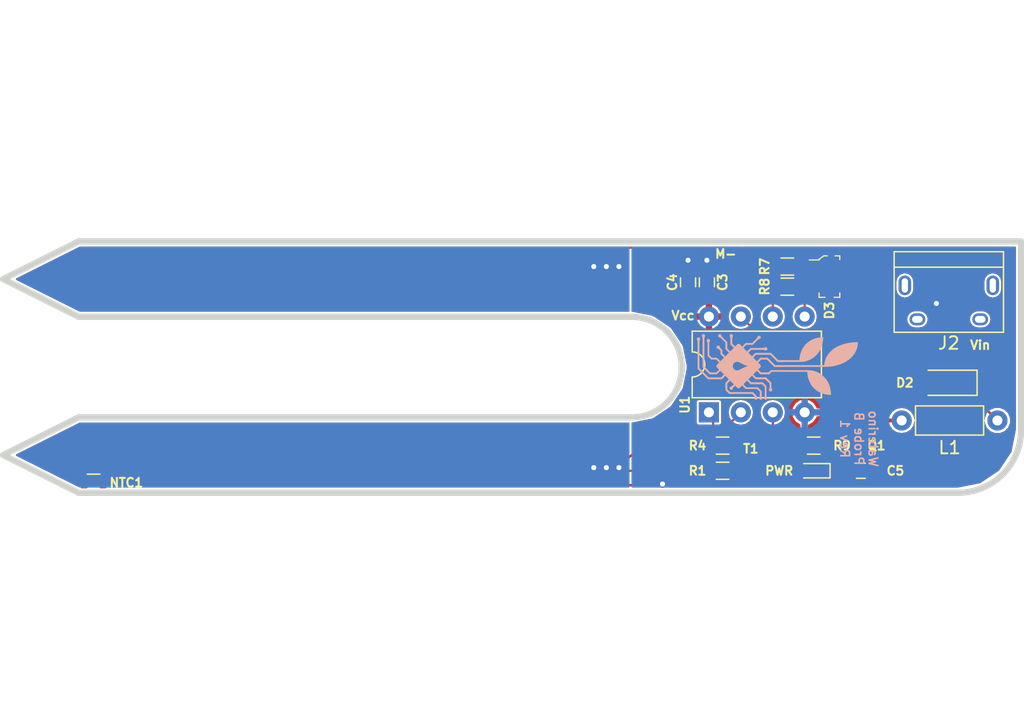
<source format=kicad_pcb>
(kicad_pcb (version 4) (host pcbnew 4.0.7)

  (general
    (links 31)
    (no_connects 0)
    (area 169.749999 99.749999 251.250001 120.250001)
    (thickness 1.6)
    (drawings 19)
    (tracks 114)
    (zones 0)
    (modules 19)
    (nets 14)
  )

  (page A4)
  (layers
    (0 F.Cu signal)
    (31 B.Cu signal)
    (32 B.Adhes user)
    (33 F.Adhes user)
    (34 B.Paste user)
    (35 F.Paste user)
    (36 B.SilkS user)
    (37 F.SilkS user)
    (38 B.Mask user)
    (39 F.Mask user)
    (40 Dwgs.User user)
    (41 Cmts.User user)
    (42 Eco1.User user)
    (43 Eco2.User user)
    (44 Edge.Cuts user)
    (45 Margin user)
    (46 B.CrtYd user hide)
    (47 F.CrtYd user hide)
    (48 B.Fab user hide)
    (49 F.Fab user)
  )

  (setup
    (last_trace_width 0.17)
    (trace_clearance 0.17)
    (zone_clearance 0.16)
    (zone_45_only no)
    (trace_min 0.16)
    (segment_width 0.2)
    (edge_width 0.5)
    (via_size 0.6)
    (via_drill 0.4)
    (via_min_size 0.4)
    (via_min_drill 0.3)
    (uvia_size 0.3)
    (uvia_drill 0.1)
    (uvias_allowed no)
    (uvia_min_size 0.2)
    (uvia_min_drill 0.1)
    (pcb_text_width 0.3)
    (pcb_text_size 1.5 1.5)
    (mod_edge_width 0.15)
    (mod_text_size 0.7 0.7)
    (mod_text_width 0.16)
    (pad_size 1.3 0.6)
    (pad_drill 0)
    (pad_to_mask_clearance 0.01)
    (aux_axis_origin 0 0)
    (visible_elements FFFEFF7F)
    (pcbplotparams
      (layerselection 0x00030_80000001)
      (usegerberextensions false)
      (excludeedgelayer true)
      (linewidth 0.100000)
      (plotframeref false)
      (viasonmask false)
      (mode 1)
      (useauxorigin false)
      (hpglpennumber 1)
      (hpglpenspeed 20)
      (hpglpendiameter 15)
      (hpglpenoverlay 2)
      (psnegative false)
      (psa4output false)
      (plotreference true)
      (plotvalue true)
      (plotinvisibletext false)
      (padsonsilk false)
      (subtractmaskfromsilk false)
      (outputformat 1)
      (mirror false)
      (drillshape 1)
      (scaleselection 1)
      (outputdirectory ""))
  )

  (net 0 "")
  (net 1 GND)
  (net 2 TEMP_A)
  (net 3 Vcc)
  (net 4 MOIST_A)
  (net 5 "Net-(D1-Pad1)")
  (net 6 Vin)
  (net 7 SDA)
  (net 8 SCL)
  (net 9 MOIST-)
  (net 10 "Net-(L1-Pad2)")
  (net 11 MOIST+)
  (net 12 "Net-(J2-Pad2)")
  (net 13 "Net-(J2-Pad3)")

  (net_class Default "This is the default net class."
    (clearance 0.17)
    (trace_width 0.17)
    (via_dia 0.6)
    (via_drill 0.4)
    (uvia_dia 0.3)
    (uvia_drill 0.1)
    (add_net MOIST+)
    (add_net MOIST-)
    (add_net MOIST_A)
    (add_net "Net-(D1-Pad1)")
    (add_net "Net-(J2-Pad2)")
    (add_net "Net-(J2-Pad3)")
    (add_net SCL)
    (add_net SDA)
    (add_net TEMP_A)
    (add_net Vcc)
  )

  (net_class POWER ""
    (clearance 0.2)
    (trace_width 0.2)
    (via_dia 0.6)
    (via_drill 0.4)
    (uvia_dia 0.3)
    (uvia_drill 0.1)
    (add_net GND)
    (add_net "Net-(L1-Pad2)")
    (add_net Vin)
  )

  (module Capacitors_SMD:C_0603 (layer F.Cu) (tedit 59958EE7) (tstamp 5B09C5C7)
    (at 226 103.25 90)
    (descr "Capacitor SMD 0603, reflow soldering, AVX (see smccp.pdf)")
    (tags "capacitor 0603")
    (path /5B09AF35)
    (attr smd)
    (fp_text reference C3 (at 0 1.25 90) (layer F.SilkS)
      (effects (font (size 0.7 0.7) (thickness 0.16)))
    )
    (fp_text value 10nF (at 0 1.5 90) (layer F.Fab)
      (effects (font (size 0.7 0.7) (thickness 0.16)))
    )
    (fp_line (start 1.4 0.65) (end -1.4 0.65) (layer F.CrtYd) (width 0.05))
    (fp_line (start 1.4 0.65) (end 1.4 -0.65) (layer F.CrtYd) (width 0.05))
    (fp_line (start -1.4 -0.65) (end -1.4 0.65) (layer F.CrtYd) (width 0.05))
    (fp_line (start -1.4 -0.65) (end 1.4 -0.65) (layer F.CrtYd) (width 0.05))
    (fp_line (start 0.35 0.6) (end -0.35 0.6) (layer F.SilkS) (width 0.12))
    (fp_line (start -0.35 -0.6) (end 0.35 -0.6) (layer F.SilkS) (width 0.12))
    (fp_line (start -0.8 -0.4) (end 0.8 -0.4) (layer F.Fab) (width 0.1))
    (fp_line (start 0.8 -0.4) (end 0.8 0.4) (layer F.Fab) (width 0.1))
    (fp_line (start 0.8 0.4) (end -0.8 0.4) (layer F.Fab) (width 0.1))
    (fp_line (start -0.8 0.4) (end -0.8 -0.4) (layer F.Fab) (width 0.1))
    (fp_text user %R (at 0 0 90) (layer F.Fab)
      (effects (font (size 0.7 0.7) (thickness 0.16)))
    )
    (pad 2 smd rect (at 0.75 0 90) (size 0.8 0.75) (layers F.Cu F.Paste F.Mask)
      (net 1 GND))
    (pad 1 smd rect (at -0.75 0 90) (size 0.8 0.75) (layers F.Cu F.Paste F.Mask)
      (net 3 Vcc))
    (model Capacitors_SMD.3dshapes/C_0603.wrl
      (at (xyz 0 0 0))
      (scale (xyz 1 1 1))
      (rotate (xyz 0 0 0))
    )
  )

  (module Capacitors_SMD:C_0603 (layer F.Cu) (tedit 59958EE7) (tstamp 5B09C5D8)
    (at 224.5 103.25 90)
    (descr "Capacitor SMD 0603, reflow soldering, AVX (see smccp.pdf)")
    (tags "capacitor 0603")
    (path /5B09AF36)
    (attr smd)
    (fp_text reference C4 (at 0 -1.25 90) (layer F.SilkS)
      (effects (font (size 0.7 0.7) (thickness 0.16)))
    )
    (fp_text value 100nF (at 0 1.5 90) (layer F.Fab)
      (effects (font (size 0.7 0.7) (thickness 0.16)))
    )
    (fp_line (start 1.4 0.65) (end -1.4 0.65) (layer F.CrtYd) (width 0.05))
    (fp_line (start 1.4 0.65) (end 1.4 -0.65) (layer F.CrtYd) (width 0.05))
    (fp_line (start -1.4 -0.65) (end -1.4 0.65) (layer F.CrtYd) (width 0.05))
    (fp_line (start -1.4 -0.65) (end 1.4 -0.65) (layer F.CrtYd) (width 0.05))
    (fp_line (start 0.35 0.6) (end -0.35 0.6) (layer F.SilkS) (width 0.12))
    (fp_line (start -0.35 -0.6) (end 0.35 -0.6) (layer F.SilkS) (width 0.12))
    (fp_line (start -0.8 -0.4) (end 0.8 -0.4) (layer F.Fab) (width 0.1))
    (fp_line (start 0.8 -0.4) (end 0.8 0.4) (layer F.Fab) (width 0.1))
    (fp_line (start 0.8 0.4) (end -0.8 0.4) (layer F.Fab) (width 0.1))
    (fp_line (start -0.8 0.4) (end -0.8 -0.4) (layer F.Fab) (width 0.1))
    (fp_text user %R (at 0 0 90) (layer F.Fab)
      (effects (font (size 0.7 0.7) (thickness 0.16)))
    )
    (pad 2 smd rect (at 0.75 0 90) (size 0.8 0.75) (layers F.Cu F.Paste F.Mask)
      (net 1 GND))
    (pad 1 smd rect (at -0.75 0 90) (size 0.8 0.75) (layers F.Cu F.Paste F.Mask)
      (net 3 Vcc))
    (model Capacitors_SMD.3dshapes/C_0603.wrl
      (at (xyz 0 0 0))
      (scale (xyz 1 1 1))
      (rotate (xyz 0 0 0))
    )
  )

  (module Capacitors_SMD:C_0603 (layer F.Cu) (tedit 59958EE7) (tstamp 5B09C5E9)
    (at 238.25 118.25 180)
    (descr "Capacitor SMD 0603, reflow soldering, AVX (see smccp.pdf)")
    (tags "capacitor 0603")
    (path /5B09AF37)
    (attr smd)
    (fp_text reference C5 (at -2.75 0 180) (layer F.SilkS)
      (effects (font (size 0.7 0.7) (thickness 0.16)))
    )
    (fp_text value 1µF (at 0 1.5 180) (layer F.Fab)
      (effects (font (size 0.7 0.7) (thickness 0.16)))
    )
    (fp_line (start 1.4 0.65) (end -1.4 0.65) (layer F.CrtYd) (width 0.05))
    (fp_line (start 1.4 0.65) (end 1.4 -0.65) (layer F.CrtYd) (width 0.05))
    (fp_line (start -1.4 -0.65) (end -1.4 0.65) (layer F.CrtYd) (width 0.05))
    (fp_line (start -1.4 -0.65) (end 1.4 -0.65) (layer F.CrtYd) (width 0.05))
    (fp_line (start 0.35 0.6) (end -0.35 0.6) (layer F.SilkS) (width 0.12))
    (fp_line (start -0.35 -0.6) (end 0.35 -0.6) (layer F.SilkS) (width 0.12))
    (fp_line (start -0.8 -0.4) (end 0.8 -0.4) (layer F.Fab) (width 0.1))
    (fp_line (start 0.8 -0.4) (end 0.8 0.4) (layer F.Fab) (width 0.1))
    (fp_line (start 0.8 0.4) (end -0.8 0.4) (layer F.Fab) (width 0.1))
    (fp_line (start -0.8 0.4) (end -0.8 -0.4) (layer F.Fab) (width 0.1))
    (fp_text user %R (at 0 0 180) (layer F.Fab)
      (effects (font (size 0.7 0.7) (thickness 0.16)))
    )
    (pad 2 smd rect (at 0.75 0 180) (size 0.8 0.75) (layers F.Cu F.Paste F.Mask)
      (net 1 GND))
    (pad 1 smd rect (at -0.75 0 180) (size 0.8 0.75) (layers F.Cu F.Paste F.Mask)
      (net 3 Vcc))
    (model Capacitors_SMD.3dshapes/C_0603.wrl
      (at (xyz 0 0 0))
      (scale (xyz 1 1 1))
      (rotate (xyz 0 0 0))
    )
  )

  (module Diodes_SMD:D_0603 (layer F.Cu) (tedit 5B09E4CA) (tstamp 5B09C623)
    (at 234.5 118.25 180)
    (descr "Diode SMD in 0603 package http://datasheets.avx.com/schottky.pdf")
    (tags "smd diode")
    (path /5B09AF42)
    (attr smd)
    (fp_text reference D1 (at 2 0.25 270) (layer F.SilkS) hide
      (effects (font (size 0.7 0.7) (thickness 0.16)))
    )
    (fp_text value PWR_LED (at 0 1.4 180) (layer F.Fab)
      (effects (font (size 0.7 0.7) (thickness 0.16)))
    )
    (fp_text user %R (at 0 -1.4 180) (layer F.Fab)
      (effects (font (size 0.7 0.7) (thickness 0.16)))
    )
    (fp_line (start -1.3 -0.57) (end -1.3 0.57) (layer F.SilkS) (width 0.12))
    (fp_line (start 1.4 0.67) (end 1.4 -0.67) (layer F.CrtYd) (width 0.05))
    (fp_line (start -1.4 0.67) (end 1.4 0.67) (layer F.CrtYd) (width 0.05))
    (fp_line (start -1.4 -0.67) (end -1.4 0.67) (layer F.CrtYd) (width 0.05))
    (fp_line (start 1.4 -0.67) (end -1.4 -0.67) (layer F.CrtYd) (width 0.05))
    (fp_line (start 0.2 0) (end 0.4 0) (layer F.Fab) (width 0.1))
    (fp_line (start -0.1 0) (end -0.3 0) (layer F.Fab) (width 0.1))
    (fp_line (start -0.1 -0.2) (end -0.1 0.2) (layer F.Fab) (width 0.1))
    (fp_line (start 0.2 0.2) (end 0.2 -0.2) (layer F.Fab) (width 0.1))
    (fp_line (start -0.1 0) (end 0.2 0.2) (layer F.Fab) (width 0.1))
    (fp_line (start 0.2 -0.2) (end -0.1 0) (layer F.Fab) (width 0.1))
    (fp_line (start -0.8 0.45) (end -0.8 -0.45) (layer F.Fab) (width 0.1))
    (fp_line (start 0.8 0.45) (end -0.8 0.45) (layer F.Fab) (width 0.1))
    (fp_line (start 0.8 -0.45) (end 0.8 0.45) (layer F.Fab) (width 0.1))
    (fp_line (start -0.8 -0.45) (end 0.8 -0.45) (layer F.Fab) (width 0.1))
    (fp_line (start -1.3 0.57) (end 0.8 0.57) (layer F.SilkS) (width 0.12))
    (fp_line (start -1.3 -0.57) (end 0.8 -0.57) (layer F.SilkS) (width 0.12))
    (pad 1 smd rect (at -0.85 0 180) (size 0.6 0.8) (layers F.Cu F.Paste F.Mask)
      (net 5 "Net-(D1-Pad1)"))
    (pad 2 smd rect (at 0.85 0 180) (size 0.6 0.8) (layers F.Cu F.Paste F.Mask)
      (net 3 Vcc))
    (model ${KISYS3DMOD}/Diodes_SMD.3dshapes/D_0603.wrl
      (at (xyz 0 0 0))
      (scale (xyz 1 1 1))
      (rotate (xyz 0 0 0))
    )
  )

  (module Diodes_SMD:D_SOD-123 (layer F.Cu) (tedit 58645DC7) (tstamp 5B09C63C)
    (at 245.25 111.25 180)
    (descr SOD-123)
    (tags SOD-123)
    (path /5B09AF3F)
    (attr smd)
    (fp_text reference D2 (at 3.5 0 180) (layer F.SilkS)
      (effects (font (size 0.7 0.7) (thickness 0.16)))
    )
    (fp_text value BZT52C5V6 (at 0 2.1 180) (layer F.Fab)
      (effects (font (size 0.7 0.7) (thickness 0.16)))
    )
    (fp_text user %R (at 0 2 180) (layer F.Fab)
      (effects (font (size 0.7 0.7) (thickness 0.16)))
    )
    (fp_line (start -2.25 -1) (end -2.25 1) (layer F.SilkS) (width 0.12))
    (fp_line (start 0.25 0) (end 0.75 0) (layer F.Fab) (width 0.1))
    (fp_line (start 0.25 0.4) (end -0.35 0) (layer F.Fab) (width 0.1))
    (fp_line (start 0.25 -0.4) (end 0.25 0.4) (layer F.Fab) (width 0.1))
    (fp_line (start -0.35 0) (end 0.25 -0.4) (layer F.Fab) (width 0.1))
    (fp_line (start -0.35 0) (end -0.35 0.55) (layer F.Fab) (width 0.1))
    (fp_line (start -0.35 0) (end -0.35 -0.55) (layer F.Fab) (width 0.1))
    (fp_line (start -0.75 0) (end -0.35 0) (layer F.Fab) (width 0.1))
    (fp_line (start -1.4 0.9) (end -1.4 -0.9) (layer F.Fab) (width 0.1))
    (fp_line (start 1.4 0.9) (end -1.4 0.9) (layer F.Fab) (width 0.1))
    (fp_line (start 1.4 -0.9) (end 1.4 0.9) (layer F.Fab) (width 0.1))
    (fp_line (start -1.4 -0.9) (end 1.4 -0.9) (layer F.Fab) (width 0.1))
    (fp_line (start -2.35 -1.15) (end 2.35 -1.15) (layer F.CrtYd) (width 0.05))
    (fp_line (start 2.35 -1.15) (end 2.35 1.15) (layer F.CrtYd) (width 0.05))
    (fp_line (start 2.35 1.15) (end -2.35 1.15) (layer F.CrtYd) (width 0.05))
    (fp_line (start -2.35 -1.15) (end -2.35 1.15) (layer F.CrtYd) (width 0.05))
    (fp_line (start -2.25 1) (end 1.65 1) (layer F.SilkS) (width 0.12))
    (fp_line (start -2.25 -1) (end 1.65 -1) (layer F.SilkS) (width 0.12))
    (pad 1 smd rect (at -1.65 0 180) (size 0.9 1.2) (layers F.Cu F.Paste F.Mask)
      (net 6 Vin))
    (pad 2 smd rect (at 1.65 0 180) (size 0.9 1.2) (layers F.Cu F.Paste F.Mask)
      (net 1 GND))
    (model ${KISYS3DMOD}/Diodes_SMD.3dshapes/D_SOD-123.wrl
      (at (xyz 0 0 0))
      (scale (xyz 1 1 1))
      (rotate (xyz 0 0 0))
    )
  )

  (module digikey-footprints:SOT-23-3 (layer F.Cu) (tedit 5B0AA907) (tstamp 5B09C658)
    (at 235.75 102.8)
    (path /5B0AB122)
    (fp_text reference D3 (at 0 2.7 270) (layer F.SilkS)
      (effects (font (size 0.7 0.7) (thickness 0.16)))
    )
    (fp_text value BAT54C (at 0.025 3.25) (layer F.Fab)
      (effects (font (size 0.7 0.7) (thickness 0.16)))
    )
    (fp_line (start -1.825 -1.95) (end 1.825 -1.95) (layer F.CrtYd) (width 0.05))
    (fp_line (start -1.825 -1.95) (end -1.825 1.95) (layer F.CrtYd) (width 0.05))
    (fp_line (start 1.825 1.95) (end -1.825 1.95) (layer F.CrtYd) (width 0.05))
    (fp_line (start 1.825 -1.95) (end 1.825 1.95) (layer F.CrtYd) (width 0.05))
    (fp_line (start -0.175 -1.65) (end -0.45 -1.65) (layer F.SilkS) (width 0.1))
    (fp_line (start -0.45 -1.65) (end -0.825 -1.375) (layer F.SilkS) (width 0.1))
    (fp_line (start -0.825 -1.375) (end -0.825 -1.325) (layer F.SilkS) (width 0.1))
    (fp_line (start -0.825 -1.325) (end -1.6 -1.325) (layer F.SilkS) (width 0.1))
    (fp_line (start -0.7 -1.325) (end -0.7 1.525) (layer F.Fab) (width 0.1))
    (fp_line (start -0.425 -1.525) (end 0.7 -1.525) (layer F.Fab) (width 0.1))
    (fp_line (start -0.425 -1.525) (end -0.7 -1.325) (layer F.Fab) (width 0.1))
    (fp_line (start -0.35 1.65) (end -0.825 1.65) (layer F.SilkS) (width 0.1))
    (fp_line (start -0.825 1.65) (end -0.825 1.3) (layer F.SilkS) (width 0.1))
    (fp_line (start 0.825 1.425) (end 0.825 1.3) (layer F.SilkS) (width 0.1))
    (fp_line (start 0.825 1.35) (end 0.825 1.65) (layer F.SilkS) (width 0.1))
    (fp_line (start 0.825 1.65) (end 0.375 1.65) (layer F.SilkS) (width 0.1))
    (fp_line (start 0.45 -1.65) (end 0.825 -1.65) (layer F.SilkS) (width 0.1))
    (fp_line (start 0.825 -1.65) (end 0.825 -1.35) (layer F.SilkS) (width 0.1))
    (fp_text user %R (at -0.125 0.15) (layer F.Fab)
      (effects (font (size 0.7 0.7) (thickness 0.16)))
    )
    (fp_line (start -0.7 1.52) (end 0.7 1.52) (layer F.Fab) (width 0.1))
    (fp_line (start 0.7 1.52) (end 0.7 -1.52) (layer F.Fab) (width 0.1))
    (pad 3 smd rect (at 1.05 0) (size 1.3 0.6) (layers F.Cu F.Paste F.Mask)
      (net 6 Vin))
    (pad 2 smd rect (at -1.05 0.95) (size 1.3 0.6) (layers F.Cu F.Paste F.Mask)
      (net 7 SDA))
    (pad 1 smd rect (at -1.05 -0.95) (size 1.3 0.6) (layers F.Cu F.Paste F.Mask)
      (net 8 SCL))
    (model TO_SOT_Packages_SMD.3dshapes/SOT-23.wrl
      (at (xyz 0 0 0))
      (scale (xyz 1 1 1))
      (rotate (xyz 0 0 0))
    )
  )

  (module Measurement_Points:Measurement_Point_Round-SMD-Pad_Small (layer F.Cu) (tedit 5B09E516) (tstamp 5B09C65E)
    (at 231.25 116.5)
    (descr "Mesurement Point, Round, SMD Pad, DM 1.5mm,")
    (tags "Mesurement Point Round SMD Pad 1.5mm")
    (path /5B09AF52)
    (attr virtual)
    (fp_text reference J1 (at -1.5 -1) (layer F.SilkS) hide
      (effects (font (size 0.7 0.7) (thickness 0.16)))
    )
    (fp_text value TEST_1P (at 0 2) (layer F.Fab)
      (effects (font (size 0.7 0.7) (thickness 0.16)))
    )
    (fp_circle (center 0 0) (end 1 0) (layer F.CrtYd) (width 0.05))
    (pad 1 smd circle (at 0 0) (size 1.2 1.2) (layers F.Cu F.Mask)
      (net 2 TEMP_A))
  )

  (module Measurement_Points:Measurement_Point_Round-SMD-Pad_Small (layer F.Cu) (tedit 5B09DBE7) (tstamp 5B09C66A)
    (at 228.9 102)
    (descr "Mesurement Point, Round, SMD Pad, DM 1.5mm,")
    (tags "Mesurement Point Round SMD Pad 1.5mm")
    (path /5B09AF3B)
    (attr virtual)
    (fp_text reference J3 (at -1.4 0) (layer F.SilkS) hide
      (effects (font (size 0.7 0.7) (thickness 0.16)))
    )
    (fp_text value TEST_1P (at 0 2) (layer F.Fab)
      (effects (font (size 0.7 0.7) (thickness 0.16)))
    )
    (fp_circle (center 0 0) (end 1 0) (layer F.CrtYd) (width 0.05))
    (pad 1 smd circle (at 0 0) (size 1.5 1.5) (layers F.Cu F.Mask)
      (net 9 MOIST-))
  )

  (module Resistors_SMD:R_0603 (layer F.Cu) (tedit 58E0A804) (tstamp 5B09C6E3)
    (at 177.2 119.2)
    (descr "Resistor SMD 0603, reflow soldering, Vishay (see dcrcw.pdf)")
    (tags "resistor 0603")
    (path /5B09AF3C)
    (attr smd)
    (fp_text reference NTC1 (at 2.6 0) (layer F.SilkS)
      (effects (font (size 0.7 0.7) (thickness 0.16)))
    )
    (fp_text value R (at 0 1.5) (layer F.Fab)
      (effects (font (size 0.7 0.7) (thickness 0.16)))
    )
    (fp_text user %R (at 0 0) (layer F.Fab)
      (effects (font (size 0.7 0.7) (thickness 0.16)))
    )
    (fp_line (start -0.8 0.4) (end -0.8 -0.4) (layer F.Fab) (width 0.1))
    (fp_line (start 0.8 0.4) (end -0.8 0.4) (layer F.Fab) (width 0.1))
    (fp_line (start 0.8 -0.4) (end 0.8 0.4) (layer F.Fab) (width 0.1))
    (fp_line (start -0.8 -0.4) (end 0.8 -0.4) (layer F.Fab) (width 0.1))
    (fp_line (start 0.5 0.68) (end -0.5 0.68) (layer F.SilkS) (width 0.12))
    (fp_line (start -0.5 -0.68) (end 0.5 -0.68) (layer F.SilkS) (width 0.12))
    (fp_line (start -1.25 -0.7) (end 1.25 -0.7) (layer F.CrtYd) (width 0.05))
    (fp_line (start -1.25 -0.7) (end -1.25 0.7) (layer F.CrtYd) (width 0.05))
    (fp_line (start 1.25 0.7) (end 1.25 -0.7) (layer F.CrtYd) (width 0.05))
    (fp_line (start 1.25 0.7) (end -1.25 0.7) (layer F.CrtYd) (width 0.05))
    (pad 1 smd rect (at -0.75 0) (size 0.5 0.9) (layers F.Cu F.Paste F.Mask)
      (net 2 TEMP_A))
    (pad 2 smd rect (at 0.75 0) (size 0.5 0.9) (layers F.Cu F.Paste F.Mask)
      (net 1 GND))
    (model ${KISYS3DMOD}/Resistors_SMD.3dshapes/R_0603.wrl
      (at (xyz 0 0 0))
      (scale (xyz 1 1 1))
      (rotate (xyz 0 0 0))
    )
  )

  (module Resistors_SMD:R_0603 (layer F.Cu) (tedit 58E0A804) (tstamp 5B09C709)
    (at 227.25 118.25 180)
    (descr "Resistor SMD 0603, reflow soldering, Vishay (see dcrcw.pdf)")
    (tags "resistor 0603")
    (path /5B09AF3D)
    (attr smd)
    (fp_text reference R1 (at 2 0 180) (layer F.SilkS)
      (effects (font (size 0.7 0.7) (thickness 0.16)))
    )
    (fp_text value 15K (at 0 1.5 180) (layer F.Fab)
      (effects (font (size 0.7 0.7) (thickness 0.16)))
    )
    (fp_text user %R (at 0 0 180) (layer F.Fab)
      (effects (font (size 0.7 0.7) (thickness 0.16)))
    )
    (fp_line (start -0.8 0.4) (end -0.8 -0.4) (layer F.Fab) (width 0.1))
    (fp_line (start 0.8 0.4) (end -0.8 0.4) (layer F.Fab) (width 0.1))
    (fp_line (start 0.8 -0.4) (end 0.8 0.4) (layer F.Fab) (width 0.1))
    (fp_line (start -0.8 -0.4) (end 0.8 -0.4) (layer F.Fab) (width 0.1))
    (fp_line (start 0.5 0.68) (end -0.5 0.68) (layer F.SilkS) (width 0.12))
    (fp_line (start -0.5 -0.68) (end 0.5 -0.68) (layer F.SilkS) (width 0.12))
    (fp_line (start -1.25 -0.7) (end 1.25 -0.7) (layer F.CrtYd) (width 0.05))
    (fp_line (start -1.25 -0.7) (end -1.25 0.7) (layer F.CrtYd) (width 0.05))
    (fp_line (start 1.25 0.7) (end 1.25 -0.7) (layer F.CrtYd) (width 0.05))
    (fp_line (start 1.25 0.7) (end -1.25 0.7) (layer F.CrtYd) (width 0.05))
    (pad 1 smd rect (at -0.75 0 180) (size 0.5 0.9) (layers F.Cu F.Paste F.Mask)
      (net 3 Vcc))
    (pad 2 smd rect (at 0.75 0 180) (size 0.5 0.9) (layers F.Cu F.Paste F.Mask)
      (net 2 TEMP_A))
    (model ${KISYS3DMOD}/Resistors_SMD.3dshapes/R_0603.wrl
      (at (xyz 0 0 0))
      (scale (xyz 1 1 1))
      (rotate (xyz 0 0 0))
    )
  )

  (module Resistors_SMD:R_0603 (layer F.Cu) (tedit 58E0A804) (tstamp 5B09C73C)
    (at 227.25 116.25)
    (descr "Resistor SMD 0603, reflow soldering, Vishay (see dcrcw.pdf)")
    (tags "resistor 0603")
    (path /5B09AF4C)
    (attr smd)
    (fp_text reference R4 (at -2 0) (layer F.SilkS)
      (effects (font (size 0.7 0.7) (thickness 0.16)))
    )
    (fp_text value 10K (at 0 1.5) (layer F.Fab)
      (effects (font (size 0.7 0.7) (thickness 0.16)))
    )
    (fp_text user %R (at 0 0) (layer F.Fab)
      (effects (font (size 0.7 0.7) (thickness 0.16)))
    )
    (fp_line (start -0.8 0.4) (end -0.8 -0.4) (layer F.Fab) (width 0.1))
    (fp_line (start 0.8 0.4) (end -0.8 0.4) (layer F.Fab) (width 0.1))
    (fp_line (start 0.8 -0.4) (end 0.8 0.4) (layer F.Fab) (width 0.1))
    (fp_line (start -0.8 -0.4) (end 0.8 -0.4) (layer F.Fab) (width 0.1))
    (fp_line (start 0.5 0.68) (end -0.5 0.68) (layer F.SilkS) (width 0.12))
    (fp_line (start -0.5 -0.68) (end 0.5 -0.68) (layer F.SilkS) (width 0.12))
    (fp_line (start -1.25 -0.7) (end 1.25 -0.7) (layer F.CrtYd) (width 0.05))
    (fp_line (start -1.25 -0.7) (end -1.25 0.7) (layer F.CrtYd) (width 0.05))
    (fp_line (start 1.25 0.7) (end 1.25 -0.7) (layer F.CrtYd) (width 0.05))
    (fp_line (start 1.25 0.7) (end -1.25 0.7) (layer F.CrtYd) (width 0.05))
    (pad 1 smd rect (at -0.75 0) (size 0.5 0.9) (layers F.Cu F.Paste F.Mask)
      (net 11 MOIST+))
    (pad 2 smd rect (at 0.75 0) (size 0.5 0.9) (layers F.Cu F.Paste F.Mask)
      (net 4 MOIST_A))
    (model ${KISYS3DMOD}/Resistors_SMD.3dshapes/R_0603.wrl
      (at (xyz 0 0 0))
      (scale (xyz 1 1 1))
      (rotate (xyz 0 0 0))
    )
  )

  (module Resistors_SMD:R_0603 (layer F.Cu) (tedit 58E0A804) (tstamp 5B09C76F)
    (at 232.4 102)
    (descr "Resistor SMD 0603, reflow soldering, Vishay (see dcrcw.pdf)")
    (tags "resistor 0603")
    (path /5B09AF4A)
    (attr smd)
    (fp_text reference R7 (at -1.8 0 90) (layer F.SilkS)
      (effects (font (size 0.7 0.7) (thickness 0.16)))
    )
    (fp_text value 33R (at 0 1.5) (layer F.Fab)
      (effects (font (size 0.7 0.7) (thickness 0.16)))
    )
    (fp_text user %R (at 0 0) (layer F.Fab)
      (effects (font (size 0.7 0.7) (thickness 0.16)))
    )
    (fp_line (start -0.8 0.4) (end -0.8 -0.4) (layer F.Fab) (width 0.1))
    (fp_line (start 0.8 0.4) (end -0.8 0.4) (layer F.Fab) (width 0.1))
    (fp_line (start 0.8 -0.4) (end 0.8 0.4) (layer F.Fab) (width 0.1))
    (fp_line (start -0.8 -0.4) (end 0.8 -0.4) (layer F.Fab) (width 0.1))
    (fp_line (start 0.5 0.68) (end -0.5 0.68) (layer F.SilkS) (width 0.12))
    (fp_line (start -0.5 -0.68) (end 0.5 -0.68) (layer F.SilkS) (width 0.12))
    (fp_line (start -1.25 -0.7) (end 1.25 -0.7) (layer F.CrtYd) (width 0.05))
    (fp_line (start -1.25 -0.7) (end -1.25 0.7) (layer F.CrtYd) (width 0.05))
    (fp_line (start 1.25 0.7) (end 1.25 -0.7) (layer F.CrtYd) (width 0.05))
    (fp_line (start 1.25 0.7) (end -1.25 0.7) (layer F.CrtYd) (width 0.05))
    (pad 1 smd rect (at -0.75 0) (size 0.5 0.9) (layers F.Cu F.Paste F.Mask)
      (net 13 "Net-(J2-Pad3)"))
    (pad 2 smd rect (at 0.75 0) (size 0.5 0.9) (layers F.Cu F.Paste F.Mask)
      (net 8 SCL))
    (model ${KISYS3DMOD}/Resistors_SMD.3dshapes/R_0603.wrl
      (at (xyz 0 0 0))
      (scale (xyz 1 1 1))
      (rotate (xyz 0 0 0))
    )
  )

  (module Resistors_SMD:R_0603 (layer F.Cu) (tedit 58E0A804) (tstamp 5B09C780)
    (at 232.4 103.6)
    (descr "Resistor SMD 0603, reflow soldering, Vishay (see dcrcw.pdf)")
    (tags "resistor 0603")
    (path /5B09AF4B)
    (attr smd)
    (fp_text reference R8 (at -1.8 0 90) (layer F.SilkS)
      (effects (font (size 0.7 0.7) (thickness 0.16)))
    )
    (fp_text value 33R (at 0 1.5) (layer F.Fab)
      (effects (font (size 0.7 0.7) (thickness 0.16)))
    )
    (fp_text user %R (at 0 0) (layer F.Fab)
      (effects (font (size 0.7 0.7) (thickness 0.16)))
    )
    (fp_line (start -0.8 0.4) (end -0.8 -0.4) (layer F.Fab) (width 0.1))
    (fp_line (start 0.8 0.4) (end -0.8 0.4) (layer F.Fab) (width 0.1))
    (fp_line (start 0.8 -0.4) (end 0.8 0.4) (layer F.Fab) (width 0.1))
    (fp_line (start -0.8 -0.4) (end 0.8 -0.4) (layer F.Fab) (width 0.1))
    (fp_line (start 0.5 0.68) (end -0.5 0.68) (layer F.SilkS) (width 0.12))
    (fp_line (start -0.5 -0.68) (end 0.5 -0.68) (layer F.SilkS) (width 0.12))
    (fp_line (start -1.25 -0.7) (end 1.25 -0.7) (layer F.CrtYd) (width 0.05))
    (fp_line (start -1.25 -0.7) (end -1.25 0.7) (layer F.CrtYd) (width 0.05))
    (fp_line (start 1.25 0.7) (end 1.25 -0.7) (layer F.CrtYd) (width 0.05))
    (fp_line (start 1.25 0.7) (end -1.25 0.7) (layer F.CrtYd) (width 0.05))
    (pad 1 smd rect (at -0.75 0) (size 0.5 0.9) (layers F.Cu F.Paste F.Mask)
      (net 12 "Net-(J2-Pad2)"))
    (pad 2 smd rect (at 0.75 0) (size 0.5 0.9) (layers F.Cu F.Paste F.Mask)
      (net 7 SDA))
    (model ${KISYS3DMOD}/Resistors_SMD.3dshapes/R_0603.wrl
      (at (xyz 0 0 0))
      (scale (xyz 1 1 1))
      (rotate (xyz 0 0 0))
    )
  )

  (module Resistors_SMD:R_0603 (layer F.Cu) (tedit 58E0A804) (tstamp 5B09C791)
    (at 234.5 116.25)
    (descr "Resistor SMD 0603, reflow soldering, Vishay (see dcrcw.pdf)")
    (tags "resistor 0603")
    (path /5B09AF43)
    (attr smd)
    (fp_text reference R9 (at 2.25 0 180) (layer F.SilkS)
      (effects (font (size 0.7 0.7) (thickness 0.16)))
    )
    (fp_text value 1K (at 0 1.5) (layer F.Fab)
      (effects (font (size 0.7 0.7) (thickness 0.16)))
    )
    (fp_text user %R (at 0 0) (layer F.Fab)
      (effects (font (size 0.7 0.7) (thickness 0.16)))
    )
    (fp_line (start -0.8 0.4) (end -0.8 -0.4) (layer F.Fab) (width 0.1))
    (fp_line (start 0.8 0.4) (end -0.8 0.4) (layer F.Fab) (width 0.1))
    (fp_line (start 0.8 -0.4) (end 0.8 0.4) (layer F.Fab) (width 0.1))
    (fp_line (start -0.8 -0.4) (end 0.8 -0.4) (layer F.Fab) (width 0.1))
    (fp_line (start 0.5 0.68) (end -0.5 0.68) (layer F.SilkS) (width 0.12))
    (fp_line (start -0.5 -0.68) (end 0.5 -0.68) (layer F.SilkS) (width 0.12))
    (fp_line (start -1.25 -0.7) (end 1.25 -0.7) (layer F.CrtYd) (width 0.05))
    (fp_line (start -1.25 -0.7) (end -1.25 0.7) (layer F.CrtYd) (width 0.05))
    (fp_line (start 1.25 0.7) (end 1.25 -0.7) (layer F.CrtYd) (width 0.05))
    (fp_line (start 1.25 0.7) (end -1.25 0.7) (layer F.CrtYd) (width 0.05))
    (pad 1 smd rect (at -0.75 0) (size 0.5 0.9) (layers F.Cu F.Paste F.Mask)
      (net 1 GND))
    (pad 2 smd rect (at 0.75 0) (size 0.5 0.9) (layers F.Cu F.Paste F.Mask)
      (net 5 "Net-(D1-Pad1)"))
    (model ${KISYS3DMOD}/Resistors_SMD.3dshapes/R_0603.wrl
      (at (xyz 0 0 0))
      (scale (xyz 1 1 1))
      (rotate (xyz 0 0 0))
    )
  )

  (module Housings_DIP:DIP-8_W7.62mm (layer F.Cu) (tedit 59C78D6B) (tstamp 5B09C7AD)
    (at 226.16 113.6 90)
    (descr "8-lead though-hole mounted DIP package, row spacing 7.62 mm (300 mils)")
    (tags "THT DIP DIL PDIP 2.54mm 7.62mm 300mil")
    (path /5B09AF34)
    (fp_text reference U1 (at 0.6 -1.91 270) (layer F.SilkS)
      (effects (font (size 0.7 0.7) (thickness 0.16)))
    )
    (fp_text value ATTINY25-20PU (at 3.81 9.95 90) (layer F.Fab)
      (effects (font (size 0.7 0.7) (thickness 0.16)))
    )
    (fp_arc (start 3.81 -1.33) (end 2.81 -1.33) (angle -180) (layer F.SilkS) (width 0.12))
    (fp_line (start 1.635 -1.27) (end 6.985 -1.27) (layer F.Fab) (width 0.1))
    (fp_line (start 6.985 -1.27) (end 6.985 8.89) (layer F.Fab) (width 0.1))
    (fp_line (start 6.985 8.89) (end 0.635 8.89) (layer F.Fab) (width 0.1))
    (fp_line (start 0.635 8.89) (end 0.635 -0.27) (layer F.Fab) (width 0.1))
    (fp_line (start 0.635 -0.27) (end 1.635 -1.27) (layer F.Fab) (width 0.1))
    (fp_line (start 2.81 -1.33) (end 1.16 -1.33) (layer F.SilkS) (width 0.12))
    (fp_line (start 1.16 -1.33) (end 1.16 8.95) (layer F.SilkS) (width 0.12))
    (fp_line (start 1.16 8.95) (end 6.46 8.95) (layer F.SilkS) (width 0.12))
    (fp_line (start 6.46 8.95) (end 6.46 -1.33) (layer F.SilkS) (width 0.12))
    (fp_line (start 6.46 -1.33) (end 4.81 -1.33) (layer F.SilkS) (width 0.12))
    (fp_line (start -1.1 -1.55) (end -1.1 9.15) (layer F.CrtYd) (width 0.05))
    (fp_line (start -1.1 9.15) (end 8.7 9.15) (layer F.CrtYd) (width 0.05))
    (fp_line (start 8.7 9.15) (end 8.7 -1.55) (layer F.CrtYd) (width 0.05))
    (fp_line (start 8.7 -1.55) (end -1.1 -1.55) (layer F.CrtYd) (width 0.05))
    (fp_text user %R (at 3.81 3.81 90) (layer F.Fab)
      (effects (font (size 0.7 0.7) (thickness 0.16)))
    )
    (pad 1 thru_hole rect (at 0 0 90) (size 1.6 1.6) (drill 0.8) (layers *.Cu *.Mask)
      (net 11 MOIST+))
    (pad 5 thru_hole oval (at 7.62 7.62 90) (size 1.6 1.6) (drill 0.8) (layers *.Cu *.Mask)
      (net 7 SDA))
    (pad 2 thru_hole oval (at 0 2.54 90) (size 1.6 1.6) (drill 0.8) (layers *.Cu *.Mask)
      (net 4 MOIST_A))
    (pad 6 thru_hole oval (at 7.62 5.08 90) (size 1.6 1.6) (drill 0.8) (layers *.Cu *.Mask)
      (net 9 MOIST-))
    (pad 3 thru_hole oval (at 0 5.08 90) (size 1.6 1.6) (drill 0.8) (layers *.Cu *.Mask)
      (net 2 TEMP_A))
    (pad 7 thru_hole oval (at 7.62 2.54 90) (size 1.6 1.6) (drill 0.8) (layers *.Cu *.Mask)
      (net 8 SCL))
    (pad 4 thru_hole oval (at 0 7.62 90) (size 1.6 1.6) (drill 0.8) (layers *.Cu *.Mask)
      (net 1 GND))
    (pad 8 thru_hole oval (at 7.62 0 90) (size 1.6 1.6) (drill 0.8) (layers *.Cu *.Mask)
      (net 3 Vcc))
    (model ${KISYS3DMOD}/Housings_DIP.3dshapes/DIP-8_W7.62mm.wrl
      (at (xyz 0 0 0))
      (scale (xyz 1 1 1))
      (rotate (xyz 0 0 0))
    )
  )

  (module Inductors_THT:L_Axial_L5.3mm_D2.2mm_P7.62mm_Horizontal_Vishay_IM-1 (layer F.Cu) (tedit 587E3FCE) (tstamp 5B46A64E)
    (at 249.12 114.25 180)
    (descr "L, Axial series, Axial, Horizontal, pin pitch=7.62mm, , length*diameter=5.3*2.2mm^2, Vishay, IM-1, http://www.vishay.com/docs/34030/im.pdf")
    (tags "L Axial series Axial Horizontal pin pitch 7.62mm  length 5.3mm diameter 2.2mm Vishay IM-1")
    (path /5B09AF40)
    (fp_text reference L1 (at 3.81 -2.16 180) (layer F.SilkS)
      (effects (font (size 1 1) (thickness 0.15)))
    )
    (fp_text value L (at 3.81 2.16 180) (layer F.Fab)
      (effects (font (size 1 1) (thickness 0.15)))
    )
    (fp_line (start 1.16 -1.1) (end 1.16 1.1) (layer F.Fab) (width 0.1))
    (fp_line (start 1.16 1.1) (end 6.46 1.1) (layer F.Fab) (width 0.1))
    (fp_line (start 6.46 1.1) (end 6.46 -1.1) (layer F.Fab) (width 0.1))
    (fp_line (start 6.46 -1.1) (end 1.16 -1.1) (layer F.Fab) (width 0.1))
    (fp_line (start 0 0) (end 1.16 0) (layer F.Fab) (width 0.1))
    (fp_line (start 7.62 0) (end 6.46 0) (layer F.Fab) (width 0.1))
    (fp_line (start 1.1 -1.16) (end 1.1 1.16) (layer F.SilkS) (width 0.12))
    (fp_line (start 1.1 1.16) (end 6.52 1.16) (layer F.SilkS) (width 0.12))
    (fp_line (start 6.52 1.16) (end 6.52 -1.16) (layer F.SilkS) (width 0.12))
    (fp_line (start 6.52 -1.16) (end 1.1 -1.16) (layer F.SilkS) (width 0.12))
    (fp_line (start 0.98 0) (end 1.1 0) (layer F.SilkS) (width 0.12))
    (fp_line (start 6.64 0) (end 6.52 0) (layer F.SilkS) (width 0.12))
    (fp_line (start -1.05 -1.45) (end -1.05 1.45) (layer F.CrtYd) (width 0.05))
    (fp_line (start -1.05 1.45) (end 8.7 1.45) (layer F.CrtYd) (width 0.05))
    (fp_line (start 8.7 1.45) (end 8.7 -1.45) (layer F.CrtYd) (width 0.05))
    (fp_line (start 8.7 -1.45) (end -1.05 -1.45) (layer F.CrtYd) (width 0.05))
    (pad 1 thru_hole circle (at 0 0 180) (size 1.6 1.6) (drill 0.8) (layers *.Cu *.Mask)
      (net 6 Vin))
    (pad 2 thru_hole oval (at 7.62 0 180) (size 1.6 1.6) (drill 0.8) (layers *.Cu *.Mask)
      (net 10 "Net-(L1-Pad2)"))
    (model Inductors_THT.3dshapes/L_Axial_L5.3mm_D2.2mm_P7.62mm_Horizontal_Vishay_IM-1.wrl
      (at (xyz 0 0 0))
      (scale (xyz 0.393701 0.393701 0.393701))
      (rotate (xyz 0 0 0))
    )
  )

  (module emilibeda:SOT-23-Power (layer F.Cu) (tedit 5B46A5FD) (tstamp 5B46A663)
    (at 238.3 113.25 90)
    (descr "SOT-23, Standard")
    (tags SOT-23)
    (path /5B09AF3E)
    (attr smd)
    (fp_text reference Q1 (at -3 1.2 180) (layer F.SilkS)
      (effects (font (size 0.7 0.7) (thickness 0.16)))
    )
    (fp_text value SI2323DS (at 0 2.5 90) (layer F.Fab)
      (effects (font (size 1 1) (thickness 0.15)))
    )
    (fp_text user %R (at 0 0 180) (layer F.Fab)
      (effects (font (size 0.5 0.5) (thickness 0.075)))
    )
    (fp_line (start -0.7 -0.95) (end -0.7 1.5) (layer F.Fab) (width 0.1))
    (fp_line (start -0.15 -1.52) (end 0.7 -1.52) (layer F.Fab) (width 0.1))
    (fp_line (start -0.7 -0.95) (end -0.15 -1.52) (layer F.Fab) (width 0.1))
    (fp_line (start 0.7 -1.52) (end 0.7 1.52) (layer F.Fab) (width 0.1))
    (fp_line (start -0.7 1.52) (end 0.7 1.52) (layer F.Fab) (width 0.1))
    (fp_line (start -1.7 -1.75) (end 1.7 -1.75) (layer F.CrtYd) (width 0.05))
    (fp_line (start 1.7 -1.75) (end 1.7 1.75) (layer F.CrtYd) (width 0.05))
    (fp_line (start 1.7 1.75) (end -1.7 1.75) (layer F.CrtYd) (width 0.05))
    (fp_line (start -1.7 1.75) (end -1.7 -1.75) (layer F.CrtYd) (width 0.05))
    (pad 1 smd rect (at -1 -0.95 90) (size 1.5 1) (layers F.Cu F.Paste F.Mask)
      (net 1 GND))
    (pad 2 smd rect (at -1 0.95 90) (size 1.5 1) (layers F.Cu F.Paste F.Mask)
      (net 10 "Net-(L1-Pad2)"))
    (pad 3 smd rect (at 1 0 90) (size 2.05 2.9) (layers F.Cu F.Paste F.Mask)
      (net 3 Vcc))
    (model ${KISYS3DMOD}/TO_SOT_Packages_SMD.3dshapes/SOT-23.wrl
      (at (xyz 0 0 0))
      (scale (xyz 1 1 1))
      (rotate (xyz 0 0 0))
    )
  )

  (module emilibeda:waterino_7x13mm (layer B.Cu) (tedit 0) (tstamp 5B46A88E)
    (at 231.5 109.75 90)
    (fp_text reference G*** (at 0 0 90) (layer B.SilkS) hide
      (effects (font (thickness 0.3)) (justify mirror))
    )
    (fp_text value LOGO (at 0.75 0 90) (layer B.SilkS) hide
      (effects (font (thickness 0.3)) (justify mirror))
    )
    (fp_poly (pts (xy 1.724834 6.507366) (xy 1.725989 6.506433) (xy 1.730174 6.487429) (xy 1.731449 6.444938)
      (xy 1.730131 6.38351) (xy 1.726534 6.307695) (xy 1.720974 6.222045) (xy 1.713767 6.131109)
      (xy 1.705227 6.039438) (xy 1.69567 5.951582) (xy 1.685412 5.872092) (xy 1.679202 5.83123)
      (xy 1.620089 5.541064) (xy 1.540301 5.267535) (xy 1.440256 5.011776) (xy 1.320375 4.774922)
      (xy 1.239231 4.642556) (xy 1.182171 4.563997) (xy 1.109828 4.476863) (xy 1.027649 4.386724)
      (xy 0.94108 4.299152) (xy 0.85557 4.219718) (xy 0.776564 4.153993) (xy 0.726461 4.118089)
      (xy 0.573569 4.02765) (xy 0.420585 3.956817) (xy 0.260242 3.902976) (xy 0.085273 3.863514)
      (xy -0.03175 3.845385) (xy -0.098777 3.836493) (xy -0.098777 -0.077863) (xy 0.197556 -0.373944)
      (xy 0.493889 -0.670026) (xy 0.493889 -1.23424) (xy 0.349509 -1.379114) (xy 0.205128 -1.523987)
      (xy 0.345716 -1.665105) (xy 0.397313 -1.715901) (xy 0.442551 -1.758578) (xy 0.477442 -1.789511)
      (xy 0.497996 -1.805075) (xy 0.501011 -1.806222) (xy 0.516384 -1.796754) (xy 0.546679 -1.77111)
      (xy 0.587225 -1.733428) (xy 0.624748 -1.696549) (xy 0.733778 -1.586876) (xy 0.733778 -0.458353)
      (xy 0.44395 -0.169204) (xy 0.154122 0.119944) (xy 0.159138 1.128889) (xy 0.160129 1.322642)
      (xy 0.161085 1.490363) (xy 0.162073 1.634242) (xy 0.16316 1.756469) (xy 0.164411 1.859233)
      (xy 0.165895 1.944725) (xy 0.167678 2.015134) (xy 0.169826 2.072651) (xy 0.172408 2.119465)
      (xy 0.175489 2.157766) (xy 0.179137 2.189745) (xy 0.183418 2.217591) (xy 0.188399 2.243494)
      (xy 0.193943 2.268746) (xy 0.248733 2.472581) (xy 0.316429 2.654921) (xy 0.399592 2.820529)
      (xy 0.500786 2.974168) (xy 0.622572 3.120602) (xy 0.68963 3.190261) (xy 0.853007 3.336048)
      (xy 1.027814 3.458826) (xy 1.215782 3.559333) (xy 1.418641 3.638306) (xy 1.638123 3.696483)
      (xy 1.875957 3.734601) (xy 1.993195 3.745694) (xy 2.116667 3.755028) (xy 2.116667 3.642805)
      (xy 2.111497 3.542087) (xy 2.097154 3.425311) (xy 2.07539 3.30244) (xy 2.047956 3.183438)
      (xy 2.018315 3.083278) (xy 1.93302 2.872981) (xy 1.826258 2.680613) (xy 1.698852 2.506789)
      (xy 1.551627 2.352128) (xy 1.385406 2.217246) (xy 1.201013 2.102762) (xy 0.99927 2.009292)
      (xy 0.781002 1.937454) (xy 0.547032 1.887866) (xy 0.398639 1.86897) (xy 0.296334 1.85902)
      (xy 0.296334 0.176131) (xy 0.585612 -0.112889) (xy 0.874889 -0.401908) (xy 0.874889 -1.643439)
      (xy 0.737482 -1.781365) (xy 0.600074 -1.91929) (xy 0.744424 -2.06364) (xy 0.888774 -2.207991)
      (xy 1.008832 -2.088557) (xy 1.128889 -1.969123) (xy 1.128889 -1.455982) (xy 1.128829 -1.321849)
      (xy 1.128549 -1.213042) (xy 1.127901 -1.126666) (xy 1.126735 -1.059823) (xy 1.124904 -1.009618)
      (xy 1.122257 -0.973155) (xy 1.118646 -0.947538) (xy 1.113922 -0.929871) (xy 1.107937 -0.917257)
      (xy 1.100667 -0.906962) (xy 1.074881 -0.854295) (xy 1.0737 -0.798844) (xy 1.096471 -0.748327)
      (xy 1.115861 -0.727977) (xy 1.168543 -0.697388) (xy 1.220776 -0.694979) (xy 1.273123 -0.720764)
      (xy 1.286711 -0.73199) (xy 1.32244 -0.779386) (xy 1.333381 -0.831734) (xy 1.319025 -0.882805)
      (xy 1.301045 -0.907162) (xy 1.293151 -0.916082) (xy 1.286724 -0.926228) (xy 1.281612 -0.940392)
      (xy 1.277665 -0.961364) (xy 1.274732 -0.991934) (xy 1.272663 -1.034892) (xy 1.271307 -1.093029)
      (xy 1.270513 -1.169136) (xy 1.270131 -1.266001) (xy 1.27001 -1.386417) (xy 1.27 -1.482335)
      (xy 1.27 -2.024463) (xy 1.128884 -2.166061) (xy 0.987767 -2.30766) (xy 1.135909 -2.455298)
      (xy 1.284052 -2.602936) (xy 1.524 -2.364234) (xy 1.524 -1.837173) (xy 1.754855 -1.616973)
      (xy 1.831076 -1.543785) (xy 1.888742 -1.487058) (xy 1.930132 -1.444218) (xy 1.957526 -1.412689)
      (xy 1.973205 -1.389896) (xy 1.979447 -1.373264) (xy 1.979334 -1.36342) (xy 1.982689 -1.321746)
      (xy 2.001969 -1.275783) (xy 2.030817 -1.238564) (xy 2.04533 -1.228085) (xy 2.098909 -1.213543)
      (xy 2.152362 -1.222193) (xy 2.198859 -1.249985) (xy 2.23157 -1.292866) (xy 2.243667 -1.345739)
      (xy 2.230583 -1.401408) (xy 2.194936 -1.446799) (xy 2.142137 -1.475388) (xy 2.134432 -1.477497)
      (xy 2.106499 -1.491211) (xy 2.063423 -1.522769) (xy 2.004146 -1.573046) (xy 1.927614 -1.642916)
      (xy 1.876904 -1.690852) (xy 1.665112 -1.892982) (xy 1.665112 -2.405463) (xy 1.520764 -2.550303)
      (xy 1.376417 -2.695143) (xy 1.485486 -2.804856) (xy 1.533563 -2.853886) (xy 1.564956 -2.888849)
      (xy 1.583207 -2.915368) (xy 1.591852 -2.939062) (xy 1.59443 -2.965554) (xy 1.594556 -2.97811)
      (xy 1.593377 -3.007713) (xy 1.587421 -3.032017) (xy 1.573058 -3.056806) (xy 1.546659 -3.087863)
      (xy 1.504594 -3.130973) (xy 1.488693 -3.146807) (xy 1.382831 -3.251963) (xy 1.498965 -3.368704)
      (xy 1.6151 -3.485444) (xy 1.869411 -3.485131) (xy 1.961174 -3.48477) (xy 2.029111 -3.483667)
      (xy 2.077616 -3.481396) (xy 2.111085 -3.477535) (xy 2.133911 -3.47166) (xy 2.15049 -3.463348)
      (xy 2.159 -3.457222) (xy 2.209064 -3.433365) (xy 2.261804 -3.432416) (xy 2.3105 -3.451223)
      (xy 2.348432 -3.486635) (xy 2.368879 -3.535502) (xy 2.370667 -3.556467) (xy 2.35924 -3.617167)
      (xy 2.327234 -3.661511) (xy 2.278064 -3.68586) (xy 2.24596 -3.689414) (xy 2.1898 -3.680134)
      (xy 2.155359 -3.657985) (xy 2.142805 -3.647268) (xy 2.128452 -3.639312) (xy 2.108194 -3.633705)
      (xy 2.077927 -3.630038) (xy 2.033546 -3.6279) (xy 1.970947 -3.626882) (xy 1.886025 -3.626573)
      (xy 1.840843 -3.626556) (xy 1.559783 -3.626556) (xy 1.284099 -3.351906) (xy 1.13596 -3.499541)
      (xy 0.987821 -3.647175) (xy 1.103905 -3.763865) (xy 1.219988 -3.880556) (xy 1.743043 -3.880556)
      (xy 1.975713 -4.113546) (xy 2.0469 -4.183771) (xy 2.10973 -4.243676) (xy 2.16167 -4.290984)
      (xy 2.200187 -4.323416) (xy 2.222749 -4.338693) (xy 2.226814 -4.339464) (xy 2.256375 -4.339972)
      (xy 2.295342 -4.353999) (xy 2.332229 -4.376089) (xy 2.35542 -4.400544) (xy 2.370643 -4.453909)
      (xy 2.365931 -4.510361) (xy 2.342659 -4.55821) (xy 2.336031 -4.565586) (xy 2.291243 -4.59234)
      (xy 2.235557 -4.600802) (xy 2.180664 -4.5896) (xy 2.170989 -4.584975) (xy 2.147456 -4.562831)
      (xy 2.125993 -4.527942) (xy 2.111523 -4.49081) (xy 2.108971 -4.461939) (xy 2.110958 -4.456932)
      (xy 2.10421 -4.442932) (xy 2.080058 -4.412357) (xy 2.041298 -4.368343) (xy 1.990721 -4.314028)
      (xy 1.931123 -4.25255) (xy 1.9105 -4.231775) (xy 1.700742 -4.021667) (xy 1.17876 -4.021667)
      (xy 1.037161 -3.88055) (xy 0.895563 -3.739433) (xy 0.747925 -3.887576) (xy 0.600286 -4.035718)
      (xy 0.719637 -4.155692) (xy 0.838988 -4.275667) (xy 1.10848 -4.275667) (xy 1.2065 -4.374444)
      (xy 1.258568 -4.424557) (xy 1.297189 -4.455618) (xy 1.326518 -4.470636) (xy 1.342918 -4.473222)
      (xy 1.379748 -4.482364) (xy 1.417715 -4.504614) (xy 1.420587 -4.507002) (xy 1.452401 -4.550642)
      (xy 1.461669 -4.601785) (xy 1.45 -4.653335) (xy 1.418999 -4.698194) (xy 1.370273 -4.729265)
      (xy 1.319275 -4.735185) (xy 1.270024 -4.718399) (xy 1.229389 -4.683957) (xy 1.204244 -4.636905)
      (xy 1.199445 -4.603764) (xy 1.192441 -4.573632) (xy 1.169149 -4.537978) (xy 1.126145 -4.491593)
      (xy 1.124918 -4.490379) (xy 1.050391 -4.416778) (xy 0.782638 -4.416778) (xy 0.642044 -4.275655)
      (xy 0.501451 -4.134532) (xy 0.356553 -4.278936) (xy 0.211656 -4.42334) (xy 0.352773 -4.564939)
      (xy 0.493889 -4.706537) (xy 0.493889 -5.101829) (xy 0.603563 -5.210859) (xy 0.713236 -5.319889)
      (xy 1.724537 -5.319889) (xy 1.766463 -5.284611) (xy 1.819461 -5.255673) (xy 1.873981 -5.252357)
      (xy 1.923749 -5.273325) (xy 1.962491 -5.317242) (xy 1.96782 -5.327504) (xy 1.984837 -5.368572)
      (xy 1.987633 -5.398686) (xy 1.976406 -5.431153) (xy 1.969559 -5.444842) (xy 1.932568 -5.489273)
      (xy 1.882975 -5.51227) (xy 1.827976 -5.512511) (xy 1.774769 -5.488672) (xy 1.766463 -5.482167)
      (xy 1.724537 -5.446889) (xy 0.641552 -5.446889) (xy 0.352778 -5.157129) (xy 0.352778 -4.761877)
      (xy 0.232844 -4.642565) (xy 0.112909 -4.523254) (xy 0.003226 -4.632293) (xy -0.045843 -4.680392)
      (xy -0.08085 -4.711791) (xy -0.1074 -4.730034) (xy -0.131099 -4.738662) (xy -0.157553 -4.741218)
      (xy -0.169333 -4.741333) (xy -0.198267 -4.740142) (xy -0.222343 -4.734207) (xy -0.247168 -4.719985)
      (xy -0.278346 -4.693935) (xy -0.321485 -4.652515) (xy -0.341882 -4.632303) (xy -0.451555 -4.523273)
      (xy -0.677333 -4.747727) (xy -0.677333 -5.228478) (xy -0.440821 -5.464683) (xy -0.204308 -5.700889)
      (xy 0.957481 -5.700889) (xy 1.165554 -5.700875) (xy 1.347257 -5.700804) (xy 1.504441 -5.700634)
      (xy 1.638959 -5.700319) (xy 1.752661 -5.699816) (xy 1.847401 -5.699082) (xy 1.92503 -5.698073)
      (xy 1.987399 -5.696746) (xy 2.036361 -5.695056) (xy 2.073767 -5.692961) (xy 2.10147 -5.690416)
      (xy 2.12132 -5.687378) (xy 2.135171 -5.683803) (xy 2.144874 -5.679648) (xy 2.15228 -5.674869)
      (xy 2.15515 -5.672667) (xy 2.206356 -5.646998) (xy 2.257969 -5.644991) (xy 2.305174 -5.66257)
      (xy 2.343158 -5.695661) (xy 2.367107 -5.740191) (xy 2.372207 -5.792084) (xy 2.356138 -5.842782)
      (xy 2.321463 -5.880847) (xy 2.273083 -5.901627) (xy 2.220101 -5.903936) (xy 2.171621 -5.886592)
      (xy 2.151221 -5.869422) (xy 2.14617 -5.864573) (xy 2.139163 -5.860332) (xy 2.128392 -5.856657)
      (xy 2.11205 -5.85351) (xy 2.088328 -5.850848) (xy 2.055419 -5.848631) (xy 2.011514 -5.846819)
      (xy 1.954806 -5.845371) (xy 1.883486 -5.844246) (xy 1.795747 -5.843403) (xy 1.68978 -5.842803)
      (xy 1.563779 -5.842403) (xy 1.415934 -5.842163) (xy 1.244437 -5.842044) (xy 1.047482 -5.842003)
      (xy 0.932542 -5.842) (xy -0.26132 -5.842) (xy -0.539882 -5.563176) (xy -0.818444 -5.284353)
      (xy -0.818444 -4.70656) (xy -0.543794 -4.430876) (xy -0.839064 -4.134598) (xy -1.072444 -4.366766)
      (xy -1.072444 -5.355366) (xy -0.701929 -5.725683) (xy -0.331415 -6.096) (xy 1.867904 -6.096)
      (xy 1.900949 -6.064956) (xy 1.948829 -6.037023) (xy 2.001278 -6.034657) (xy 2.052067 -6.057348)
      (xy 2.076122 -6.079289) (xy 2.10972 -6.131986) (xy 2.115152 -6.183243) (xy 2.092421 -6.232903)
      (xy 2.075419 -6.252308) (xy 2.029354 -6.283269) (xy 1.977675 -6.295016) (xy 1.929082 -6.28691)
      (xy 1.897945 -6.265333) (xy 1.892778 -6.260215) (xy 1.885925 -6.255756) (xy 1.875523 -6.25191)
      (xy 1.859711 -6.248634) (xy 1.836627 -6.24588) (xy 1.804408 -6.243604) (xy 1.761193 -6.241761)
      (xy 1.705119 -6.240303) (xy 1.634325 -6.239188) (xy 1.546949 -6.238367) (xy 1.441128 -6.237798)
      (xy 1.315 -6.237432) (xy 1.166704 -6.237227) (xy 0.994378 -6.237135) (xy 0.796159 -6.237112)
      (xy 0.742085 -6.237111) (xy -0.388235 -6.237111) (xy -1.213555 -5.411435) (xy -1.213555 -4.311449)
      (xy -1.076147 -4.173524) (xy -0.93874 -4.035599) (xy -1.083113 -3.891225) (xy -1.227487 -3.746851)
      (xy -1.365413 -3.884259) (xy -1.503338 -4.021667) (xy -2.08187 -4.021667) (xy -2.233324 -3.869742)
      (xy -2.384777 -3.717817) (xy -2.384777 -1.897238) (xy -2.489209 -1.793504) (xy -2.536084 -1.747372)
      (xy -2.567757 -1.718473) (xy -2.588934 -1.704035) (xy -2.60432 -1.701288) (xy -2.618623 -1.707459)
      (xy -2.626404 -1.712718) (xy -2.678729 -1.735212) (xy -2.730486 -1.734082) (xy -2.776905 -1.713609)
      (xy -2.813215 -1.678077) (xy -2.834644 -1.631767) (xy -2.836421 -1.578963) (xy -2.821804 -1.537329)
      (xy -2.787129 -1.499264) (xy -2.738749 -1.478484) (xy -2.685767 -1.476175) (xy -2.637287 -1.493519)
      (xy -2.616887 -1.510689) (xy -2.589784 -1.531656) (xy -2.569322 -1.538111) (xy -2.551848 -1.547686)
      (xy -2.518826 -1.574065) (xy -2.474288 -1.61373) (xy -2.422269 -1.663162) (xy -2.39512 -1.690036)
      (xy -2.243666 -1.841961) (xy -2.243666 -3.662495) (xy -2.133993 -3.771525) (xy -2.02432 -3.880556)
      (xy -1.558654 -3.880556) (xy -1.44257 -3.763865) (xy -1.326487 -3.647175) (xy -1.474537 -3.499629)
      (xy -1.622586 -3.352083) (xy -1.707349 -3.435961) (xy -1.757611 -3.490233) (xy -1.785905 -3.531574)
      (xy -1.792111 -3.552731) (xy -1.804227 -3.607068) (xy -1.836104 -3.653993) (xy -1.881029 -3.686353)
      (xy -1.927531 -3.697111) (xy -1.971259 -3.685516) (xy -2.013959 -3.65636) (xy -2.043639 -3.618092)
      (xy -2.045449 -3.614042) (xy -2.055571 -3.558884) (xy -2.043773 -3.5062) (xy -2.014093 -3.462722)
      (xy -1.970572 -3.435185) (xy -1.934439 -3.429) (xy -1.906671 -3.421596) (xy -1.870857 -3.397563)
      (xy -1.823139 -3.35417) (xy -1.809355 -3.340439) (xy -1.721582 -3.251878) (xy -1.827402 -3.146765)
      (xy -1.853712 -3.120237) (xy -0.521761 -3.120237) (xy -0.515918 -3.163647) (xy -0.507058 -3.199797)
      (xy -0.482713 -3.253388) (xy -0.441877 -3.31052) (xy -0.391597 -3.36366) (xy -0.338919 -3.405278)
      (xy -0.294592 -3.426861) (xy -0.202641 -3.441529) (xy -0.108387 -3.435984) (xy -0.023299 -3.410951)
      (xy -0.020166 -3.409516) (xy 0.030905 -3.37919) (xy 0.078911 -3.34024) (xy 0.096656 -3.321459)
      (xy 0.132277 -3.26616) (xy 0.16161 -3.198535) (xy 0.179835 -3.131193) (xy 0.183445 -3.094383)
      (xy 0.175103 -3.041435) (xy 0.150569 -2.967712) (xy 0.110578 -2.87502) (xy 0.055865 -2.765165)
      (xy 0.02895 -2.714853) (xy -0.043414 -2.574216) (xy -0.098933 -2.447966) (xy -0.140162 -2.329995)
      (xy -0.156297 -2.271889) (xy -0.172431 -2.208389) (xy -0.19881 -2.314222) (xy -0.218423 -2.375329)
      (xy -0.252068 -2.458523) (xy -0.298917 -2.561898) (xy -0.35814 -2.68355) (xy -0.36851 -2.70419)
      (xy -0.422024 -2.811923) (xy -0.462868 -2.899) (xy -0.492153 -2.969396) (xy -0.51099 -3.027086)
      (xy -0.520489 -3.076041) (xy -0.521761 -3.120237) (xy -1.853712 -3.120237) (xy -1.874761 -3.099014)
      (xy -1.905385 -3.065016) (xy -1.922906 -3.038985) (xy -1.930953 -3.015134) (xy -1.933157 -2.987679)
      (xy -1.933222 -2.97811) (xy -1.932072 -2.948944) (xy -1.926261 -2.92481) (xy -1.912253 -2.900087)
      (xy -1.886507 -2.869153) (xy -1.845484 -2.826387) (xy -1.824159 -2.804862) (xy -1.715095 -2.695156)
      (xy -1.852381 -2.557353) (xy -1.989666 -2.419551) (xy -1.989666 -1.502171) (xy -2.09934 -1.393141)
      (xy -2.209013 -1.284111) (xy -2.401001 -1.284111) (xy -2.481003 -1.28464) (xy -2.537388 -1.286557)
      (xy -2.574747 -1.290354) (xy -2.597668 -1.296524) (xy -2.610744 -1.305561) (xy -2.611775 -1.306748)
      (xy -2.655444 -1.338763) (xy -2.710252 -1.347145) (xy -2.7466 -1.339899) (xy -2.798858 -1.310465)
      (xy -2.828627 -1.264003) (xy -2.836333 -1.21234) (xy -2.824211 -1.158468) (xy -2.79217 -1.117494)
      (xy -2.746696 -1.092354) (xy -2.694275 -1.085984) (xy -2.641394 -1.101321) (xy -2.620816 -1.114778)
      (xy -2.604199 -1.125836) (xy -2.583827 -1.133587) (xy -2.554698 -1.138603) (xy -2.511814 -1.141461)
      (xy -2.450175 -1.142734) (xy -2.375255 -1.143) (xy -2.165574 -1.143) (xy -1.862666 -1.44685)
      (xy -1.862666 -2.350088) (xy -1.738928 -2.473253) (xy -1.615191 -2.596417) (xy -1.470805 -2.451539)
      (xy -1.32642 -2.306661) (xy -1.467543 -2.166067) (xy -1.608666 -2.025474) (xy -1.608666 -1.10706)
      (xy -1.71834 -0.99803) (xy -1.828013 -0.889) (xy -2.585314 -0.889) (xy -2.62724 -0.924278)
      (xy -2.679848 -0.954378) (xy -2.73183 -0.956378) (xy -2.781887 -0.930326) (xy -2.795085 -0.918308)
      (xy -2.826597 -0.871087) (xy -2.835277 -0.820963) (xy -2.824625 -0.772962) (xy -2.79814 -0.732111)
      (xy -2.759319 -0.703436) (xy -2.711662 -0.691964) (xy -2.658668 -0.702722) (xy -2.648433 -0.707616)
      (xy -2.619657 -0.727854) (xy -2.606326 -0.742893) (xy -2.598005 -0.748551) (xy -2.578658 -0.753031)
      (xy -2.545576 -0.756453) (xy -2.496047 -0.758938) (xy -2.427359 -0.760606) (xy -2.336801 -0.761579)
      (xy -2.221662 -0.761975) (xy -2.176178 -0.762) (xy -1.757315 -0.762) (xy -1.612435 -0.906387)
      (xy -1.467555 -1.050773) (xy -1.467555 -1.969123) (xy -1.227607 -2.207825) (xy -1.079464 -2.060187)
      (xy -0.931322 -1.912549) (xy -1.072438 -1.77095) (xy -1.213555 -1.629351) (xy -1.213555 -0.853299)
      (xy -1.38662 -0.680649) (xy -1.559685 -0.508) (xy -1.747755 -0.508) (xy -1.825792 -0.508433)
      (xy -1.880993 -0.510185) (xy -1.918739 -0.513933) (xy -1.944408 -0.520355) (xy -1.963382 -0.530129)
      (xy -1.971705 -0.536222) (xy -2.021698 -0.56077) (xy -2.072657 -0.561873) (xy -2.119668 -0.54369)
      (xy -2.15782 -0.510379) (xy -2.182198 -0.466099) (xy -2.18789 -0.415007) (xy -2.172692 -0.366107)
      (xy -2.138018 -0.328042) (xy -2.089638 -0.307262) (xy -2.036656 -0.304953) (xy -1.988176 -0.322297)
      (xy -1.967776 -0.339466) (xy -1.956024 -0.349933) (xy -1.939715 -0.357354) (xy -1.914252 -0.362246)
      (xy -1.875041 -0.365122) (xy -1.817487 -0.366497) (xy -1.736995 -0.366884) (xy -1.722725 -0.366889)
      (xy -1.502491 -0.366889) (xy -1.287468 -0.582249) (xy -1.072444 -0.797609) (xy -1.072444 -1.588162)
      (xy -0.962771 -1.697192) (xy -0.917118 -1.741371) (xy -0.878038 -1.776954) (xy -0.850198 -1.79983)
      (xy -0.839034 -1.806222) (xy -0.824504 -1.796718) (xy -0.79425 -1.770619) (xy -0.752243 -1.731548)
      (xy -0.702451 -1.683127) (xy -0.684389 -1.665111) (xy -0.543807 -1.524) (xy -0.681125 -1.386164)
      (xy -0.818444 -1.248328) (xy -0.818444 -0.52841) (xy -0.620888 -0.332368) (xy -0.620888 2.481309)
      (xy -0.716138 2.490596) (xy -0.96609 2.526744) (xy -1.198136 2.584699) (xy -1.412274 2.664459)
      (xy -1.608496 2.76602) (xy -1.786799 2.889379) (xy -1.947176 3.034532) (xy -2.089622 3.201478)
      (xy -2.198357 3.363436) (xy -2.271171 3.503255) (xy -2.334986 3.661971) (xy -2.387528 3.831404)
      (xy -2.426523 4.003376) (xy -2.449698 4.169706) (xy -2.455333 4.288061) (xy -2.455333 4.374444)
      (xy -2.409472 4.3742) (xy -2.352585 4.371589) (xy -2.276759 4.364928) (xy -2.190814 4.355265)
      (xy -2.103571 4.343649) (xy -2.023848 4.331128) (xy -1.982611 4.323479) (xy -1.761594 4.265512)
      (xy -1.552746 4.183682) (xy -1.357758 4.079458) (xy -1.178324 3.954312) (xy -1.016134 3.809713)
      (xy -0.872881 3.647133) (xy -0.750258 3.468041) (xy -0.649956 3.273907) (xy -0.587817 3.1115)
      (xy -0.574964 3.072733) (xy -0.563473 3.038203) (xy -0.553264 3.006197) (xy -0.544257 2.975004)
      (xy -0.53637 2.942912) (xy -0.529524 2.90821) (xy -0.523638 2.869186) (xy -0.518631 2.824129)
      (xy -0.514424 2.771326) (xy -0.510934 2.709067) (xy -0.508082 2.63564) (xy -0.505788 2.549333)
      (xy -0.50397 2.448435) (xy -0.502549 2.331234) (xy -0.501443 2.196018) (xy -0.500573 2.041076)
      (xy -0.499857 1.864696) (xy -0.499215 1.665167) (xy -0.498567 1.440777) (xy -0.497861 1.199444)
      (xy -0.493009 -0.402167) (xy -0.585171 -0.493481) (xy -0.677333 -0.584796) (xy -0.677333 -1.193012)
      (xy -0.560592 -1.309146) (xy -0.443851 -1.425281) (xy -0.338695 -1.319418) (xy -0.290979 -1.272076)
      (xy -0.25702 -1.241453) (xy -0.231018 -1.223921) (xy -0.207171 -1.215855) (xy -0.179676 -1.213627)
      (xy -0.169333 -1.213556) (xy -0.139489 -1.214695) (xy -0.11512 -1.22053) (xy -0.090423 -1.234688)
      (xy -0.059597 -1.260795) (xy -0.016842 -1.302477) (xy 0.000037 -1.319426) (xy 0.105201 -1.425296)
      (xy 0.22899 -1.302081) (xy 0.352778 -1.178866) (xy 0.352778 -0.72647) (xy -0.240856 -0.134056)
      (xy -0.235736 2.024944) (xy -0.235043 2.320692) (xy -0.234402 2.589701) (xy -0.233762 2.833454)
      (xy -0.233076 3.053434) (xy -0.232293 3.251123) (xy -0.231367 3.428006) (xy -0.230247 3.585564)
      (xy -0.228884 3.725282) (xy -0.22723 3.848641) (xy -0.225237 3.957126) (xy -0.222854 4.052218)
      (xy -0.220034 4.135402) (xy -0.216727 4.208159) (xy -0.212885 4.271974) (xy -0.208458 4.328328)
      (xy -0.203398 4.378705) (xy -0.197657 4.424589) (xy -0.191184 4.467461) (xy -0.183931 4.508805)
      (xy -0.17585 4.550104) (xy -0.166892 4.592841) (xy -0.157007 4.6385) (xy -0.148308 4.678548)
      (xy -0.080243 4.942481) (xy 0.005779 5.189592) (xy 0.108926 5.418861) (xy 0.228366 5.629268)
      (xy 0.363266 5.819791) (xy 0.512794 5.98941) (xy 0.676118 6.137104) (xy 0.852406 6.261853)
      (xy 1.040824 6.362635) (xy 1.240542 6.43843) (xy 1.300734 6.455666) (xy 1.370051 6.472039)
      (xy 1.445702 6.486521) (xy 1.522142 6.498448) (xy 1.593822 6.507158) (xy 1.655196 6.51199)
      (xy 1.700716 6.51228) (xy 1.724834 6.507366)) (layer B.SilkS) (width 0.01))
  )

  (module Connect:USB_Micro-B (layer F.Cu) (tedit 5543E447) (tstamp 5B46AB07)
    (at 245.25 104.85 180)
    (descr "Micro USB Type B Receptacle")
    (tags "USB USB_B USB_micro USB_OTG")
    (path /5B4933D9)
    (attr smd)
    (fp_text reference J2 (at 0 -3.24 180) (layer F.SilkS)
      (effects (font (size 1 1) (thickness 0.15)))
    )
    (fp_text value USB_A (at 0 5.01 180) (layer F.Fab)
      (effects (font (size 1 1) (thickness 0.15)))
    )
    (fp_line (start -4.6 -2.59) (end 4.6 -2.59) (layer F.CrtYd) (width 0.05))
    (fp_line (start 4.6 -2.59) (end 4.6 4.26) (layer F.CrtYd) (width 0.05))
    (fp_line (start 4.6 4.26) (end -4.6 4.26) (layer F.CrtYd) (width 0.05))
    (fp_line (start -4.6 4.26) (end -4.6 -2.59) (layer F.CrtYd) (width 0.05))
    (fp_line (start -4.35 4.03) (end 4.35 4.03) (layer F.SilkS) (width 0.12))
    (fp_line (start -4.35 -2.38) (end 4.35 -2.38) (layer F.SilkS) (width 0.12))
    (fp_line (start 4.35 -2.38) (end 4.35 4.03) (layer F.SilkS) (width 0.12))
    (fp_line (start 4.35 2.8) (end -4.35 2.8) (layer F.SilkS) (width 0.12))
    (fp_line (start -4.35 4.03) (end -4.35 -2.38) (layer F.SilkS) (width 0.12))
    (pad 1 smd rect (at -1.3 -1.35 270) (size 1.35 0.4) (layers F.Cu F.Paste F.Mask)
      (net 6 Vin))
    (pad 2 smd rect (at -0.65 -1.35 270) (size 1.35 0.4) (layers F.Cu F.Paste F.Mask)
      (net 12 "Net-(J2-Pad2)"))
    (pad 3 smd rect (at 0 -1.35 270) (size 1.35 0.4) (layers F.Cu F.Paste F.Mask)
      (net 13 "Net-(J2-Pad3)"))
    (pad 4 smd rect (at 0.65 -1.35 270) (size 1.35 0.4) (layers F.Cu F.Paste F.Mask)
      (net 1 GND))
    (pad 5 smd rect (at 1.3 -1.35 270) (size 1.35 0.4) (layers F.Cu F.Paste F.Mask))
    (pad 6 thru_hole oval (at -2.5 -1.35 270) (size 0.95 1.25) (drill oval 0.55 0.85) (layers *.Cu *.Mask))
    (pad 6 thru_hole oval (at 2.5 -1.35 270) (size 0.95 1.25) (drill oval 0.55 0.85) (layers *.Cu *.Mask))
    (pad 6 thru_hole oval (at -3.5 1.35 270) (size 1.55 1) (drill oval 1.15 0.5) (layers *.Cu *.Mask))
    (pad 6 thru_hole oval (at 3.5 1.35 270) (size 1.55 1) (drill oval 1.15 0.5) (layers *.Cu *.Mask))
  )

  (gr_text "Waterino\nProbe B\nRev 1" (at 238.1 115.7 270) (layer B.SilkS)
    (effects (font (size 0.7 0.7) (thickness 0.13)) (justify mirror))
  )
  (gr_text "The device is designed with a 0.16mm (6 mil) minimum feature size.\nWhere possible extra clearance has been given. \n\nThe electrodes must have ENIG coating, otherwise they will corrode\nrapidly.\n\nProgram the ATiny on a bread board prior to installation. A socket can \nbe used but is not recommended as moisture can creep between the \nIC and socket and cause long term damage." (at 173.5 129.75) (layer Cmts.User)
    (effects (font (size 1 1) (thickness 0.16)) (justify left))
  )
  (gr_text "All components and traces besides the connector and two electrodes\nshall be covered in a moisture and corrosion proof conformal coating.\nThe device it self shall be put in a housing which protects the connector\nfrom water splashes (IP level 4). Alternatively you can dip-coat the the \ndevice with a device wires attached (in which case you can skip the\nconnector and solder the wires directly to save cost) to create a moisture\nproof seal.\n\nFor the housing, use clips and the notch by U1 to align and retain the board.\nThe housing must not extend over the exposed part of the electrodes." (at 177 88.9) (layer Cmts.User)
    (effects (font (size 1 1) (thickness 0.16)) (justify left))
  )
  (gr_text PWR (at 231.75 118.25) (layer F.SilkS) (tstamp 5B0A1B39)
    (effects (font (size 0.7 0.7) (thickness 0.16)))
  )
  (gr_text M- (at 227.5 101) (layer F.SilkS) (tstamp 5B09E2C4)
    (effects (font (size 0.7 0.7) (thickness 0.16)))
  )
  (gr_text T1 (at 229.5 116.5) (layer F.SilkS) (tstamp 5B09E2A5)
    (effects (font (size 0.7 0.7) (thickness 0.16)))
  )
  (gr_text Vcc (at 224.1 105.9) (layer F.SilkS) (tstamp 5B09E21F)
    (effects (font (size 0.7 0.7) (thickness 0.16)))
  )
  (gr_text Vin (at 247.75 108.25) (layer F.SilkS)
    (effects (font (size 0.7 0.7) (thickness 0.16)))
  )
  (gr_arc (start 246 115) (end 251 115) (angle 90) (layer Edge.Cuts) (width 0.5))
  (gr_line (start 251 100) (end 176 100) (layer Edge.Cuts) (width 0.5))
  (gr_line (start 251 115) (end 251 100) (layer Edge.Cuts) (width 0.5))
  (gr_arc (start 220 110) (end 220 106) (angle 180) (layer Edge.Cuts) (width 0.5))
  (gr_line (start 170 103) (end 176 100) (layer Edge.Cuts) (width 0.5) (tstamp 5B09DAD7))
  (gr_line (start 176 106) (end 170 103) (layer Edge.Cuts) (width 0.5) (tstamp 5B09DAD6))
  (gr_line (start 220 106) (end 176 106) (layer Edge.Cuts) (width 0.5) (tstamp 5B09DAD5))
  (gr_line (start 176 114) (end 220 114) (layer Edge.Cuts) (width 0.5))
  (gr_line (start 170 117) (end 176 114) (layer Edge.Cuts) (width 0.5))
  (gr_line (start 176 120) (end 170 117) (layer Edge.Cuts) (width 0.5))
  (gr_line (start 246 120) (end 176 120) (layer Edge.Cuts) (width 0.5))

  (segment (start 177.95 119.2) (end 177.95 119.4) (width 0.2) (layer F.Cu) (net 1))
  (segment (start 222.473639 119.3) (end 222.468629 119.30501) (width 0.2) (layer F.Cu) (net 1))
  (segment (start 177.95 119.4) (end 222.4 119.4) (width 0.2) (layer F.Cu) (net 1))
  (segment (start 222.4 119.4) (end 222.5 119.3) (width 0.2) (layer F.Cu) (net 1))
  (segment (start 222.5 119.3) (end 222.473639 119.3) (width 0.2) (layer F.Cu) (net 1))
  (segment (start 244.6 106.2) (end 244.6 105.273327) (width 0.2) (layer F.Cu) (net 1))
  (segment (start 244.6 105.273327) (end 244.262267 104.935594) (width 0.2) (layer F.Cu) (net 1))
  (via (at 244.262267 104.935594) (size 0.6) (drill 0.4) (layers F.Cu B.Cu) (net 1))
  (segment (start 243.6 111.25) (end 243.6 110.45) (width 0.2) (layer F.Cu) (net 1))
  (segment (start 243.6 110.45) (end 244.6 109.45) (width 0.2) (layer F.Cu) (net 1))
  (segment (start 244.6 109.45) (end 244.6 107.075) (width 0.2) (layer F.Cu) (net 1))
  (segment (start 244.6 107.075) (end 244.6 106.2) (width 0.2) (layer F.Cu) (net 1))
  (segment (start 237.5 118.25) (end 237.5 114.4) (width 0.2) (layer F.Cu) (net 1) (status 30))
  (segment (start 237.5 114.4) (end 237.35 114.25) (width 0.2) (layer F.Cu) (net 1) (status 30))
  (segment (start 233.78 113.6) (end 236.75 113.6) (width 0.2) (layer F.Cu) (net 1) (status 10))
  (segment (start 236.75 113.6) (end 237.35 114.2) (width 0.2) (layer F.Cu) (net 1) (status 20))
  (segment (start 237.35 114.2) (end 237.35 114.25) (width 0.2) (layer F.Cu) (net 1) (status 30))
  (segment (start 233.75 116.25) (end 233.75 113.63) (width 0.2) (layer F.Cu) (net 1) (status 30))
  (segment (start 233.75 113.63) (end 233.78 113.6) (width 0.2) (layer F.Cu) (net 1) (status 30))
  (via (at 222.468629 119.30501) (size 0.6) (drill 0.4) (layers F.Cu B.Cu) (net 1))
  (segment (start 224.5 102.5) (end 224.5 101.5) (width 0.2) (layer F.Cu) (net 1) (status 10))
  (via (at 224.5 101.5) (size 0.6) (drill 0.4) (layers F.Cu B.Cu) (net 1))
  (segment (start 226 102.5) (end 226 101.5) (width 0.2) (layer F.Cu) (net 1) (status 10))
  (via (at 226 101.5) (size 0.6) (drill 0.4) (layers F.Cu B.Cu) (net 1))
  (segment (start 234.25 114.07) (end 233.78 113.6) (width 0.2) (layer F.Cu) (net 1) (status 30))
  (segment (start 226 102.5) (end 224.5 102.5) (width 0.2) (layer F.Cu) (net 1) (status 30))
  (segment (start 176.45 119.2) (end 176.45 119) (width 0.17) (layer F.Cu) (net 2))
  (segment (start 176.45 119) (end 177.05 118.4) (width 0.17) (layer F.Cu) (net 2))
  (segment (start 177.05 118.4) (end 178.6 118.4) (width 0.17) (layer F.Cu) (net 2))
  (segment (start 178.6 118.4) (end 179.2 119) (width 0.17) (layer F.Cu) (net 2))
  (segment (start 179.2 119) (end 219.1 119) (width 0.17) (layer F.Cu) (net 2))
  (segment (start 219.1 119) (end 219.85 118.25) (width 0.17) (layer F.Cu) (net 2))
  (segment (start 219.85 118.25) (end 226.08 118.25) (width 0.17) (layer F.Cu) (net 2))
  (segment (start 226.08 118.25) (end 226.5 118.25) (width 0.17) (layer F.Cu) (net 2))
  (segment (start 231.25 116.5) (end 231.25 113.61) (width 0.17) (layer F.Cu) (net 2) (status 30))
  (segment (start 231.25 113.61) (end 231.24 113.6) (width 0.17) (layer F.Cu) (net 2) (status 30))
  (segment (start 227.67 117.5) (end 230.25 117.5) (width 0.17) (layer F.Cu) (net 2))
  (segment (start 230.25 117.5) (end 231.25 116.5) (width 0.17) (layer F.Cu) (net 2) (status 20))
  (segment (start 226.5 118.25) (end 226.92 118.25) (width 0.17) (layer F.Cu) (net 2) (status 10))
  (segment (start 226.92 118.25) (end 227.67 117.5) (width 0.17) (layer F.Cu) (net 2))
  (segment (start 231.24 113.6) (end 231.35 113.6) (width 0.17) (layer F.Cu) (net 2) (status 30))
  (segment (start 228 116.25) (end 227.58 116.25) (width 0.17) (layer F.Cu) (net 4) (status 10))
  (segment (start 227.58 116.25) (end 226.83 117) (width 0.17) (layer F.Cu) (net 4))
  (segment (start 226.83 117) (end 220 117) (width 0.17) (layer F.Cu) (net 4))
  (segment (start 220 117) (end 219 118) (width 0.17) (layer F.Cu) (net 4))
  (segment (start 218 118) (end 217 118) (width 0.17) (layer F.Cu) (net 4))
  (via (at 217 118) (size 0.6) (drill 0.4) (layers F.Cu B.Cu) (net 4))
  (segment (start 219 118) (end 218 118) (width 0.17) (layer F.Cu) (net 4))
  (via (at 218 118) (size 0.6) (drill 0.4) (layers F.Cu B.Cu) (net 4))
  (via (at 219 118) (size 0.6) (drill 0.4) (layers F.Cu B.Cu) (net 4))
  (segment (start 228 116.5) (end 228 114.3) (width 0.17) (layer F.Cu) (net 4) (status 10))
  (segment (start 228 114.3) (end 228.7 113.6) (width 0.17) (layer F.Cu) (net 4) (status 20))
  (segment (start 228.25 114.05) (end 228.7 113.6) (width 0.17) (layer F.Cu) (net 4) (status 30))
  (segment (start 235.25 116.25) (end 235.25 118.15) (width 0.17) (layer F.Cu) (net 5) (status 30))
  (segment (start 235.25 118.15) (end 235.35 118.25) (width 0.17) (layer F.Cu) (net 5) (status 30))
  (segment (start 236.8 102.8) (end 237.65 102.8) (width 0.2) (layer F.Cu) (net 6))
  (segment (start 237.65 102.8) (end 241 106.15) (width 0.2) (layer F.Cu) (net 6))
  (segment (start 241 106.15) (end 241 111.25) (width 0.2) (layer F.Cu) (net 6))
  (segment (start 242.75 113) (end 245.75 113) (width 0.2) (layer F.Cu) (net 6))
  (segment (start 245.75 113) (end 246.9 111.85) (width 0.2) (layer F.Cu) (net 6))
  (segment (start 241 111.25) (end 242.75 113) (width 0.2) (layer F.Cu) (net 6))
  (segment (start 246.9 111.85) (end 246.9 111.25) (width 0.2) (layer F.Cu) (net 6))
  (segment (start 246.9 111.25) (end 246.9 110.45) (width 0.2) (layer F.Cu) (net 6))
  (segment (start 246.9 110.45) (end 246.55 110.1) (width 0.2) (layer F.Cu) (net 6))
  (segment (start 246.55 110.1) (end 246.55 107.075) (width 0.2) (layer F.Cu) (net 6))
  (segment (start 246.55 107.075) (end 246.55 106.2) (width 0.2) (layer F.Cu) (net 6))
  (segment (start 246.9 111.25) (end 246.9 111.1) (width 0.2) (layer F.Cu) (net 6) (status 30))
  (segment (start 249.12 114.25) (end 246.9 112.03) (width 0.2) (layer F.Cu) (net 6) (status 10))
  (segment (start 246.9 112.03) (end 246.9 111.25) (width 0.2) (layer F.Cu) (net 6) (status 20))
  (segment (start 233.78 105.98) (end 233.78 104) (width 0.17) (layer F.Cu) (net 7) (status 10))
  (segment (start 233.78 104) (end 233.78 103.81) (width 0.17) (layer F.Cu) (net 7))
  (segment (start 234.7 103.75) (end 233.88 103.75) (width 0.17) (layer F.Cu) (net 7) (status 10))
  (segment (start 233.88 103.75) (end 233.78 103.85) (width 0.17) (layer F.Cu) (net 7))
  (segment (start 233.78 103.85) (end 233.78 104) (width 0.17) (layer F.Cu) (net 7))
  (segment (start 233.78 103.81) (end 233.57 103.6) (width 0.17) (layer F.Cu) (net 7))
  (segment (start 233.57 103.6) (end 233.15 103.6) (width 0.17) (layer F.Cu) (net 7) (status 20))
  (segment (start 228.7 105.98) (end 230.12 107.4) (width 0.17) (layer F.Cu) (net 8) (status 10))
  (segment (start 232.4 102.5) (end 232.9 102) (width 0.17) (layer F.Cu) (net 8) (status 20))
  (segment (start 230.12 107.4) (end 231.8 107.4) (width 0.17) (layer F.Cu) (net 8))
  (segment (start 231.8 107.4) (end 232.5 106.7) (width 0.17) (layer F.Cu) (net 8))
  (segment (start 232.5 106.7) (end 232.5 104.7) (width 0.17) (layer F.Cu) (net 8))
  (segment (start 232.5 104.7) (end 232.4 104.6) (width 0.17) (layer F.Cu) (net 8))
  (segment (start 232.4 104.6) (end 232.4 102.5) (width 0.17) (layer F.Cu) (net 8))
  (segment (start 232.9 102) (end 233.15 102) (width 0.17) (layer F.Cu) (net 8) (status 30))
  (segment (start 233.15 102) (end 234.55 102) (width 0.17) (layer F.Cu) (net 8) (status 30))
  (segment (start 234.55 102) (end 234.7 101.85) (width 0.17) (layer F.Cu) (net 8) (status 30))
  (segment (start 228.9 102) (end 228.9 100.9) (width 0.17) (layer F.Cu) (net 9) (status 10))
  (segment (start 228.9 100.9) (end 228.5 100.5) (width 0.17) (layer F.Cu) (net 9))
  (segment (start 228.5 100.5) (end 219.5 100.5) (width 0.17) (layer F.Cu) (net 9))
  (segment (start 219.5 100.5) (end 219 101) (width 0.17) (layer F.Cu) (net 9))
  (segment (start 219 101) (end 219 102) (width 0.17) (layer F.Cu) (net 9))
  (segment (start 231.24 105.98) (end 231.24 104.94) (width 0.17) (layer F.Cu) (net 9) (status 10))
  (segment (start 231.24 104.94) (end 228.9 102.6) (width 0.17) (layer F.Cu) (net 9) (status 20))
  (segment (start 228.9 102.6) (end 228.9 102) (width 0.17) (layer F.Cu) (net 9) (status 30))
  (segment (start 218 102) (end 217 102) (width 0.17) (layer F.Cu) (net 9))
  (via (at 217 102) (size 0.6) (drill 0.4) (layers F.Cu B.Cu) (net 9))
  (via (at 218 102) (size 0.6) (drill 0.4) (layers F.Cu B.Cu) (net 9))
  (segment (start 219 102) (end 218 102) (width 0.17) (layer B.Cu) (net 9))
  (via (at 219 102) (size 0.6) (drill 0.4) (layers F.Cu B.Cu) (net 9))
  (segment (start 241.5 114.25) (end 239.25 114.25) (width 0.3) (layer F.Cu) (net 10) (status 30))
  (segment (start 226.5 116.5) (end 226.5 113.94) (width 0.17) (layer F.Cu) (net 11) (status 30))
  (segment (start 226.5 113.94) (end 226.16 113.6) (width 0.17) (layer F.Cu) (net 11) (status 30))
  (segment (start 231.65 103.6) (end 231.65 103.4) (width 0.17) (layer F.Cu) (net 12))
  (segment (start 231 102.75) (end 231 101.5) (width 0.17) (layer F.Cu) (net 12))
  (segment (start 231.65 103.4) (end 231 102.75) (width 0.17) (layer F.Cu) (net 12))
  (segment (start 231 101.5) (end 231.545013 100.954988) (width 0.17) (layer F.Cu) (net 12))
  (segment (start 231.545013 100.954988) (end 241.954988 100.954988) (width 0.17) (layer F.Cu) (net 12))
  (segment (start 241.954988 100.954988) (end 245.9 104.9) (width 0.17) (layer F.Cu) (net 12))
  (segment (start 245.9 104.9) (end 245.9 106.2) (width 0.17) (layer F.Cu) (net 12))
  (segment (start 245.25 106.2) (end 245.25 104.730848) (width 0.17) (layer F.Cu) (net 13))
  (segment (start 245.25 104.730848) (end 241.814151 101.294999) (width 0.17) (layer F.Cu) (net 13))
  (segment (start 232.775001 101.294999) (end 241.814151 101.294999) (width 0.17) (layer F.Cu) (net 13))
  (segment (start 232.07 102) (end 232.775001 101.294999) (width 0.17) (layer F.Cu) (net 13))
  (segment (start 231.65 102) (end 232.07 102) (width 0.17) (layer F.Cu) (net 13))

  (zone (net 0) (net_name "") (layer F.Mask) (tstamp 0) (hatch edge 0.508)
    (connect_pads (clearance 0.508))
    (min_thickness 0.254)
    (fill yes (arc_segments 16) (thermal_gap 0.508) (thermal_bridge_width 0.508))
    (polygon
      (pts
        (xy 216 100) (xy 216 118.6) (xy 179.8 118.6) (xy 178.8 117.6) (xy 175.9 117.6)
        (xy 173.5 120) (xy 170 120) (xy 170 100)
      )
    )
    (filled_polygon
      (pts
        (xy 215.873 118.473) (xy 179.852606 118.473) (xy 178.889803 117.510197) (xy 178.847789 117.482334) (xy 178.8 117.473)
        (xy 175.9 117.473) (xy 175.85059 117.483006) (xy 175.810197 117.510197) (xy 173.447394 119.873) (xy 170.127 119.873)
        (xy 170.127 100.127) (xy 215.873 100.127)
      )
    )
  )
  (zone (net 0) (net_name "") (layer B.Mask) (tstamp 5B09DF0B) (hatch edge 0.508)
    (connect_pads (clearance 0.508))
    (min_thickness 0.254)
    (fill yes (arc_segments 16) (thermal_gap 0.508) (thermal_bridge_width 0.508))
    (polygon
      (pts
        (xy 216 100) (xy 216 120) (xy 170 120) (xy 170 100)
      )
    )
    (filled_polygon
      (pts
        (xy 215.873 119.873) (xy 170.127 119.873) (xy 170.127 100.127) (xy 215.873 100.127)
      )
    )
  )
  (zone (net 3) (net_name Vcc) (layer F.Cu) (tstamp 0) (hatch edge 0.508)
    (priority 1)
    (connect_pads (clearance 0.16))
    (min_thickness 0.16)
    (fill yes (arc_segments 16) (thermal_gap 0.508) (thermal_bridge_width 0.508))
    (polygon
      (pts
        (xy 220 100) (xy 220 120) (xy 245.5 120) (xy 251 120) (xy 251 114.5)
        (xy 251 100)
      )
    )
    (filled_polygon
      (pts
        (xy 250.51 114.951738) (xy 250.157828 116.722228) (xy 249.182264 118.182264) (xy 247.72223 119.157828) (xy 245.951738 119.51)
        (xy 223.011524 119.51) (xy 223.048528 119.420885) (xy 223.04873 119.190147) (xy 222.960616 118.976896) (xy 222.797602 118.813597)
        (xy 222.584504 118.725111) (xy 222.353766 118.724909) (xy 222.140515 118.813023) (xy 221.977216 118.976037) (xy 221.958961 119.02)
        (xy 220.08 119.02) (xy 220.08 118.585) (xy 225.995103 118.585) (xy 225.995103 118.7) (xy 226.012535 118.792644)
        (xy 226.067288 118.877732) (xy 226.150831 118.934815) (xy 226.25 118.954897) (xy 226.75 118.954897) (xy 226.842644 118.937465)
        (xy 226.927732 118.882712) (xy 226.984815 118.799169) (xy 227.004897 118.7) (xy 227.004897 118.568113) (xy 227.048199 118.5595)
        (xy 227.156881 118.486881) (xy 227.21976 118.424002) (xy 227.308998 118.424002) (xy 227.162 118.571) (xy 227.162 118.81696)
        (xy 227.251517 119.033075) (xy 227.416924 119.198482) (xy 227.633039 119.288) (xy 227.728 119.288) (xy 227.875 119.141)
        (xy 227.875 118.424) (xy 228.125 118.424) (xy 228.125 119.141) (xy 228.272 119.288) (xy 228.366961 119.288)
        (xy 228.583076 119.198482) (xy 228.748483 119.033075) (xy 228.838 118.81696) (xy 228.838 118.571) (xy 232.762 118.571)
        (xy 232.762 118.76696) (xy 232.851517 118.983075) (xy 233.016924 119.148482) (xy 233.233039 119.238) (xy 233.353 119.238)
        (xy 233.5 119.091) (xy 233.5 118.424) (xy 233.8 118.424) (xy 233.8 119.091) (xy 233.947 119.238)
        (xy 234.066961 119.238) (xy 234.283076 119.148482) (xy 234.448483 118.983075) (xy 234.538 118.76696) (xy 234.538 118.571)
        (xy 234.391 118.424) (xy 233.8 118.424) (xy 233.5 118.424) (xy 232.909 118.424) (xy 232.762 118.571)
        (xy 228.838 118.571) (xy 228.691 118.424) (xy 228.125 118.424) (xy 227.875 118.424) (xy 227.806 118.424)
        (xy 227.806 118.076) (xy 227.875 118.076) (xy 227.875 118.056) (xy 228.125 118.056) (xy 228.125 118.076)
        (xy 228.691 118.076) (xy 228.838 117.929) (xy 228.838 117.835) (xy 230.25 117.835) (xy 230.378199 117.8095)
        (xy 230.486881 117.736881) (xy 230.490721 117.73304) (xy 232.762 117.73304) (xy 232.762 117.929) (xy 232.909 118.076)
        (xy 233.5 118.076) (xy 233.5 117.409) (xy 233.8 117.409) (xy 233.8 118.076) (xy 234.391 118.076)
        (xy 234.538 117.929) (xy 234.538 117.73304) (xy 234.448483 117.516925) (xy 234.283076 117.351518) (xy 234.066961 117.262)
        (xy 233.947 117.262) (xy 233.8 117.409) (xy 233.5 117.409) (xy 233.353 117.262) (xy 233.233039 117.262)
        (xy 233.016924 117.351518) (xy 232.851517 117.516925) (xy 232.762 117.73304) (xy 230.490721 117.73304) (xy 230.934431 117.28933)
        (xy 231.080183 117.349852) (xy 231.418334 117.350147) (xy 231.730857 117.221015) (xy 231.970174 116.982115) (xy 232.099852 116.669817)
        (xy 232.100147 116.331666) (xy 231.971015 116.019143) (xy 231.732115 115.779826) (xy 231.585 115.718738) (xy 231.585 114.601947)
        (xy 231.641818 114.590645) (xy 231.982462 114.363033) (xy 232.210074 114.022389) (xy 232.29 113.620571) (xy 232.29 113.579429)
        (xy 232.289884 113.578842) (xy 232.7 113.578842) (xy 232.7 113.621158) (xy 232.78221 114.034456) (xy 233.016325 114.384833)
        (xy 233.366702 114.618948) (xy 233.37 114.619604) (xy 233.37 115.550923) (xy 233.30094 115.595362) (xy 233.237007 115.68893)
        (xy 233.214515 115.8) (xy 233.214515 116.7) (xy 233.234039 116.803762) (xy 233.295362 116.89906) (xy 233.38893 116.962993)
        (xy 233.5 116.985485) (xy 234 116.985485) (xy 234.103762 116.965961) (xy 234.19906 116.904638) (xy 234.262993 116.81107)
        (xy 234.285485 116.7) (xy 234.285485 115.8) (xy 234.745103 115.8) (xy 234.745103 116.7) (xy 234.762535 116.792644)
        (xy 234.817288 116.877732) (xy 234.900831 116.934815) (xy 234.915 116.937684) (xy 234.915 117.639791) (xy 234.872268 117.667288)
        (xy 234.815185 117.750831) (xy 234.795103 117.85) (xy 234.795103 118.65) (xy 234.812535 118.742644) (xy 234.867288 118.827732)
        (xy 234.950831 118.884815) (xy 235.05 118.904897) (xy 235.65 118.904897) (xy 235.742644 118.887465) (xy 235.827732 118.832712)
        (xy 235.884815 118.749169) (xy 235.904897 118.65) (xy 235.904897 117.85) (xy 235.887465 117.757356) (xy 235.832712 117.672268)
        (xy 235.749169 117.615185) (xy 235.65 117.595103) (xy 235.585 117.595103) (xy 235.585 116.938903) (xy 235.592644 116.937465)
        (xy 235.677732 116.882712) (xy 235.734815 116.799169) (xy 235.754897 116.7) (xy 235.754897 115.8) (xy 235.737465 115.707356)
        (xy 235.682712 115.622268) (xy 235.599169 115.565185) (xy 235.5 115.545103) (xy 235 115.545103) (xy 234.907356 115.562535)
        (xy 234.822268 115.617288) (xy 234.765185 115.700831) (xy 234.745103 115.8) (xy 234.285485 115.8) (xy 234.265961 115.696238)
        (xy 234.204638 115.60094) (xy 234.13 115.549941) (xy 234.13 114.631539) (xy 234.193298 114.618948) (xy 234.543675 114.384833)
        (xy 234.77779 114.034456) (xy 234.788622 113.98) (xy 236.564515 113.98) (xy 236.564515 115) (xy 236.584039 115.103762)
        (xy 236.645362 115.19906) (xy 236.73893 115.262993) (xy 236.85 115.285485) (xy 237.12 115.285485) (xy 237.12 117.589515)
        (xy 237.1 117.589515) (xy 236.996238 117.609039) (xy 236.90094 117.670362) (xy 236.837007 117.76393) (xy 236.814515 117.875)
        (xy 236.814515 118.625) (xy 236.834039 118.728762) (xy 236.895362 118.82406) (xy 236.98893 118.887993) (xy 237.1 118.910485)
        (xy 237.9 118.910485) (xy 238.003762 118.890961) (xy 238.058996 118.855419) (xy 238.101517 118.958075) (xy 238.266924 119.123482)
        (xy 238.483039 119.213) (xy 238.679 119.213) (xy 238.826 119.066) (xy 238.826 118.424) (xy 239.174 118.424)
        (xy 239.174 119.066) (xy 239.321 119.213) (xy 239.516961 119.213) (xy 239.733076 119.123482) (xy 239.898483 118.958075)
        (xy 239.988 118.74196) (xy 239.988 118.571) (xy 239.841 118.424) (xy 239.174 118.424) (xy 238.826 118.424)
        (xy 238.806 118.424) (xy 238.806 118.076) (xy 238.826 118.076) (xy 238.826 117.434) (xy 239.174 117.434)
        (xy 239.174 118.076) (xy 239.841 118.076) (xy 239.988 117.929) (xy 239.988 117.75804) (xy 239.898483 117.541925)
        (xy 239.733076 117.376518) (xy 239.516961 117.287) (xy 239.321 117.287) (xy 239.174 117.434) (xy 238.826 117.434)
        (xy 238.679 117.287) (xy 238.483039 117.287) (xy 238.266924 117.376518) (xy 238.101517 117.541925) (xy 238.05894 117.644716)
        (xy 238.01107 117.612007) (xy 237.9 117.589515) (xy 237.88 117.589515) (xy 237.88 115.27984) (xy 237.953762 115.265961)
        (xy 238.04906 115.204638) (xy 238.112993 115.11107) (xy 238.135485 115) (xy 238.135485 113.5) (xy 238.464515 113.5)
        (xy 238.464515 115) (xy 238.484039 115.103762) (xy 238.545362 115.19906) (xy 238.63893 115.262993) (xy 238.75 115.285485)
        (xy 239.75 115.285485) (xy 239.853762 115.265961) (xy 239.94906 115.204638) (xy 240.012993 115.11107) (xy 240.035485 115)
        (xy 240.035485 114.68) (xy 240.492212 114.68) (xy 240.715167 115.013675) (xy 241.065544 115.24779) (xy 241.478842 115.33)
        (xy 241.521158 115.33) (xy 241.934456 115.24779) (xy 242.284833 115.013675) (xy 242.518948 114.663298) (xy 242.601158 114.25)
        (xy 242.518948 113.836702) (xy 242.284833 113.486325) (xy 241.934456 113.25221) (xy 241.521158 113.17) (xy 241.478842 113.17)
        (xy 241.065544 113.25221) (xy 240.715167 113.486325) (xy 240.492212 113.82) (xy 240.035485 113.82) (xy 240.035485 113.793195)
        (xy 240.083075 113.773483) (xy 240.248482 113.608076) (xy 240.338 113.391961) (xy 240.338 112.571) (xy 240.191 112.424)
        (xy 238.474 112.424) (xy 238.474 113.453161) (xy 238.464515 113.5) (xy 238.135485 113.5) (xy 238.126 113.449591)
        (xy 238.126 112.424) (xy 236.409 112.424) (xy 236.262 112.571) (xy 236.262 113.22) (xy 234.788622 113.22)
        (xy 234.77779 113.165544) (xy 234.543675 112.815167) (xy 234.193298 112.581052) (xy 233.78 112.498842) (xy 233.366702 112.581052)
        (xy 233.016325 112.815167) (xy 232.78221 113.165544) (xy 232.7 113.578842) (xy 232.289884 113.578842) (xy 232.210074 113.177611)
        (xy 231.982462 112.836967) (xy 231.641818 112.609355) (xy 231.24 112.529429) (xy 230.838182 112.609355) (xy 230.497538 112.836967)
        (xy 230.269926 113.177611) (xy 230.19 113.579429) (xy 230.19 113.620571) (xy 230.269926 114.022389) (xy 230.497538 114.363033)
        (xy 230.838182 114.590645) (xy 230.915 114.605925) (xy 230.915 115.718718) (xy 230.769143 115.778985) (xy 230.529826 116.017885)
        (xy 230.400148 116.330183) (xy 230.399853 116.668334) (xy 230.460684 116.815555) (xy 230.111238 117.165) (xy 227.67 117.165)
        (xy 227.541801 117.1905) (xy 227.433119 117.263119) (xy 226.987689 117.708549) (xy 226.987465 117.707356) (xy 226.932712 117.622268)
        (xy 226.849169 117.565185) (xy 226.75 117.545103) (xy 226.25 117.545103) (xy 226.157356 117.562535) (xy 226.072268 117.617288)
        (xy 226.015185 117.700831) (xy 225.995103 117.8) (xy 225.995103 117.915) (xy 220.08 117.915) (xy 220.08 117.393761)
        (xy 220.138761 117.335) (xy 226.83 117.335) (xy 226.958199 117.3095) (xy 227.066881 117.236881) (xy 227.512311 116.791451)
        (xy 227.512535 116.792644) (xy 227.567288 116.877732) (xy 227.650831 116.934815) (xy 227.75 116.954897) (xy 228.25 116.954897)
        (xy 228.342644 116.937465) (xy 228.427732 116.882712) (xy 228.484815 116.799169) (xy 228.504897 116.7) (xy 228.504897 115.8)
        (xy 228.487465 115.707356) (xy 228.432712 115.622268) (xy 228.349169 115.565185) (xy 228.335 115.562316) (xy 228.335 114.597969)
        (xy 228.7 114.670571) (xy 229.101818 114.590645) (xy 229.442462 114.363033) (xy 229.670074 114.022389) (xy 229.75 113.620571)
        (xy 229.75 113.579429) (xy 229.670074 113.177611) (xy 229.442462 112.836967) (xy 229.101818 112.609355) (xy 228.7 112.529429)
        (xy 228.298182 112.609355) (xy 227.957538 112.836967) (xy 227.729926 113.177611) (xy 227.65 113.579429) (xy 227.65 113.620571)
        (xy 227.729926 114.022389) (xy 227.76013 114.067592) (xy 227.6905 114.171801) (xy 227.665 114.3) (xy 227.665 115.561097)
        (xy 227.657356 115.562535) (xy 227.572268 115.617288) (xy 227.515185 115.700831) (xy 227.495103 115.8) (xy 227.495103 115.931887)
        (xy 227.451801 115.9405) (xy 227.343119 116.013119) (xy 227.004897 116.351341) (xy 227.004897 115.8) (xy 226.987465 115.707356)
        (xy 226.932712 115.622268) (xy 226.849169 115.565185) (xy 226.835 115.562316) (xy 226.835 114.654897) (xy 226.96 114.654897)
        (xy 227.052644 114.637465) (xy 227.137732 114.582712) (xy 227.194815 114.499169) (xy 227.214897 114.4) (xy 227.214897 112.8)
        (xy 227.197465 112.707356) (xy 227.142712 112.622268) (xy 227.059169 112.565185) (xy 226.96 112.545103) (xy 225.36 112.545103)
        (xy 225.267356 112.562535) (xy 225.182268 112.617288) (xy 225.125185 112.700831) (xy 225.105103 112.8) (xy 225.105103 114.4)
        (xy 225.122535 114.492644) (xy 225.177288 114.577732) (xy 225.260831 114.634815) (xy 225.36 114.654897) (xy 226.165 114.654897)
        (xy 226.165 115.561097) (xy 226.157356 115.562535) (xy 226.072268 115.617288) (xy 226.015185 115.700831) (xy 225.995103 115.8)
        (xy 225.995103 116.665) (xy 220.08 116.665) (xy 220.08 114.480585) (xy 220.095594 114.480585) (xy 221.626328 114.176103)
        (xy 221.802964 114.102938) (xy 221.802966 114.102936) (xy 223.100656 113.235847) (xy 223.235847 113.100656) (xy 224.102938 111.802964)
        (xy 224.176103 111.626328) (xy 224.279197 111.108039) (xy 236.262 111.108039) (xy 236.262 111.929) (xy 236.409 112.076)
        (xy 238.126 112.076) (xy 238.126 110.784) (xy 238.474 110.784) (xy 238.474 112.076) (xy 240.191 112.076)
        (xy 240.338 111.929) (xy 240.338 111.108039) (xy 240.248482 110.891924) (xy 240.083075 110.726517) (xy 239.86696 110.637)
        (xy 238.621 110.637) (xy 238.474 110.784) (xy 238.126 110.784) (xy 237.979 110.637) (xy 236.73304 110.637)
        (xy 236.516925 110.726517) (xy 236.351518 110.891924) (xy 236.262 111.108039) (xy 224.279197 111.108039) (xy 224.480585 110.095594)
        (xy 224.480585 109.904406) (xy 224.176103 108.373672) (xy 224.102938 108.197036) (xy 223.235847 106.899344) (xy 223.100656 106.764153)
        (xy 222.506691 106.367278) (xy 224.827109 106.367278) (xy 225.076774 106.847874) (xy 225.491351 107.196344) (xy 225.772724 107.312877)
        (xy 225.986 107.208741) (xy 225.986 106.154) (xy 226.334 106.154) (xy 226.334 107.208741) (xy 226.547276 107.312877)
        (xy 226.828649 107.196344) (xy 227.243226 106.847874) (xy 227.492891 106.367278) (xy 227.390065 106.154) (xy 226.334 106.154)
        (xy 225.986 106.154) (xy 224.929935 106.154) (xy 224.827109 106.367278) (xy 222.506691 106.367278) (xy 221.802966 105.897064)
        (xy 221.802964 105.897062) (xy 221.626328 105.823897) (xy 220.095594 105.519415) (xy 220.08 105.519415) (xy 220.08 104.321)
        (xy 223.537 104.321) (xy 223.537 104.516961) (xy 223.626518 104.733076) (xy 223.791925 104.898483) (xy 224.00804 104.988)
        (xy 224.179 104.988) (xy 224.326 104.841) (xy 224.326 104.174) (xy 224.674 104.174) (xy 224.674 104.841)
        (xy 224.821 104.988) (xy 224.99196 104.988) (xy 225.208075 104.898483) (xy 225.25 104.856558) (xy 225.291925 104.898483)
        (xy 225.318065 104.90931) (xy 225.076774 105.112126) (xy 224.827109 105.592722) (xy 224.929935 105.806) (xy 225.986 105.806)
        (xy 225.986 104.751259) (xy 225.826 104.673136) (xy 225.826 104.174) (xy 226.174 104.174) (xy 226.174 104.841)
        (xy 226.321 104.988) (xy 226.334 104.988) (xy 226.334 105.806) (xy 227.390065 105.806) (xy 227.492891 105.592722)
        (xy 227.243226 105.112126) (xy 226.836393 104.770165) (xy 226.873482 104.733076) (xy 226.963 104.516961) (xy 226.963 104.321)
        (xy 226.816 104.174) (xy 226.174 104.174) (xy 225.826 104.174) (xy 224.674 104.174) (xy 224.326 104.174)
        (xy 223.684 104.174) (xy 223.537 104.321) (xy 220.08 104.321) (xy 220.08 103.483039) (xy 223.537 103.483039)
        (xy 223.537 103.679) (xy 223.684 103.826) (xy 224.326 103.826) (xy 224.326 103.806) (xy 224.674 103.806)
        (xy 224.674 103.826) (xy 225.826 103.826) (xy 225.826 103.806) (xy 226.174 103.806) (xy 226.174 103.826)
        (xy 226.816 103.826) (xy 226.963 103.679) (xy 226.963 103.483039) (xy 226.873482 103.266924) (xy 226.708075 103.101517)
        (xy 226.605284 103.05894) (xy 226.637993 103.01107) (xy 226.660485 102.9) (xy 226.660485 102.1) (xy 226.640961 101.996238)
        (xy 226.579638 101.90094) (xy 226.48607 101.837007) (xy 226.483821 101.836552) (xy 226.491413 101.828973) (xy 226.579899 101.615875)
        (xy 226.580101 101.385137) (xy 226.491987 101.171886) (xy 226.328973 101.008587) (xy 226.115875 100.920101) (xy 225.885137 100.919899)
        (xy 225.671886 101.008013) (xy 225.508587 101.171027) (xy 225.420101 101.384125) (xy 225.419899 101.614863) (xy 225.508013 101.828114)
        (xy 225.516787 101.836903) (xy 225.42594 101.895362) (xy 225.362007 101.98893) (xy 225.339515 102.1) (xy 225.339515 102.12)
        (xy 225.160485 102.12) (xy 225.160485 102.1) (xy 225.140961 101.996238) (xy 225.079638 101.90094) (xy 224.98607 101.837007)
        (xy 224.983821 101.836552) (xy 224.991413 101.828973) (xy 225.079899 101.615875) (xy 225.080101 101.385137) (xy 224.991987 101.171886)
        (xy 224.828973 101.008587) (xy 224.615875 100.920101) (xy 224.385137 100.919899) (xy 224.171886 101.008013) (xy 224.008587 101.171027)
        (xy 223.920101 101.384125) (xy 223.919899 101.614863) (xy 224.008013 101.828114) (xy 224.016787 101.836903) (xy 223.92594 101.895362)
        (xy 223.862007 101.98893) (xy 223.839515 102.1) (xy 223.839515 102.9) (xy 223.859039 103.003762) (xy 223.894581 103.058996)
        (xy 223.791925 103.101517) (xy 223.626518 103.266924) (xy 223.537 103.483039) (xy 220.08 103.483039) (xy 220.08 100.835)
        (xy 228.361238 100.835) (xy 228.565 101.038761) (xy 228.565 101.056418) (xy 228.334286 101.151747) (xy 228.052736 101.432806)
        (xy 227.900174 101.800215) (xy 227.899827 102.19804) (xy 228.051747 102.565714) (xy 228.332806 102.847264) (xy 228.700215 102.999826)
        (xy 228.826174 102.999936) (xy 230.824641 104.998403) (xy 230.497538 105.216967) (xy 230.269926 105.557611) (xy 230.19 105.959429)
        (xy 230.19 106.000571) (xy 230.269926 106.402389) (xy 230.497538 106.743033) (xy 230.838182 106.970645) (xy 231.24 107.050571)
        (xy 231.641818 106.970645) (xy 231.982462 106.743033) (xy 232.165 106.469847) (xy 232.165 106.561239) (xy 231.661238 107.065)
        (xy 230.258762 107.065) (xy 229.640465 106.446703) (xy 229.670074 106.402389) (xy 229.75 106.000571) (xy 229.75 105.959429)
        (xy 229.670074 105.557611) (xy 229.442462 105.216967) (xy 229.101818 104.989355) (xy 228.7 104.909429) (xy 228.298182 104.989355)
        (xy 227.957538 105.216967) (xy 227.729926 105.557611) (xy 227.65 105.959429) (xy 227.65 106.000571) (xy 227.729926 106.402389)
        (xy 227.957538 106.743033) (xy 228.298182 106.970645) (xy 228.7 107.050571) (xy 229.101818 106.970645) (xy 229.170794 106.924556)
        (xy 229.883119 107.636881) (xy 229.991801 107.7095) (xy 230.12 107.735) (xy 231.8 107.735) (xy 231.928199 107.7095)
        (xy 232.036881 107.636881) (xy 232.736878 106.936883) (xy 232.736881 106.936881) (xy 232.796354 106.847874) (xy 232.8095 106.8282)
        (xy 232.835 106.7) (xy 232.835 106.439915) (xy 233.037538 106.743033) (xy 233.378182 106.970645) (xy 233.78 107.050571)
        (xy 234.181818 106.970645) (xy 234.522462 106.743033) (xy 234.750074 106.402389) (xy 234.83 106.000571) (xy 234.83 105.959429)
        (xy 234.750074 105.557611) (xy 234.522462 105.216967) (xy 234.181818 104.989355) (xy 234.115 104.976064) (xy 234.115 104.304897)
        (xy 235.35 104.304897) (xy 235.442644 104.287465) (xy 235.527732 104.232712) (xy 235.584815 104.149169) (xy 235.604897 104.05)
        (xy 235.604897 103.45) (xy 235.587465 103.357356) (xy 235.532712 103.272268) (xy 235.449169 103.215185) (xy 235.35 103.195103)
        (xy 234.05 103.195103) (xy 233.957356 103.212535) (xy 233.872268 103.267288) (xy 233.815185 103.350831) (xy 233.811717 103.367955)
        (xy 233.806881 103.363119) (xy 233.698199 103.2905) (xy 233.654897 103.281887) (xy 233.654897 103.15) (xy 233.637465 103.057356)
        (xy 233.582712 102.972268) (xy 233.499169 102.915185) (xy 233.4 102.895103) (xy 232.9 102.895103) (xy 232.807356 102.912535)
        (xy 232.735 102.959095) (xy 232.735 102.639834) (xy 232.800831 102.684815) (xy 232.9 102.704897) (xy 233.4 102.704897)
        (xy 233.492644 102.687465) (xy 233.577732 102.632712) (xy 233.634815 102.549169) (xy 233.654897 102.45) (xy 233.654897 102.335)
        (xy 233.877925 102.335) (xy 233.950831 102.384815) (xy 234.05 102.404897) (xy 235.35 102.404897) (xy 235.442644 102.387465)
        (xy 235.527732 102.332712) (xy 235.584815 102.249169) (xy 235.604897 102.15) (xy 235.604897 101.629999) (xy 241.675389 101.629999)
        (xy 244.417377 104.371987) (xy 244.378142 104.355695) (xy 244.147404 104.355493) (xy 243.934153 104.443607) (xy 243.770854 104.606621)
        (xy 243.682368 104.819719) (xy 243.682166 105.050457) (xy 243.77028 105.263708) (xy 243.776664 105.270103) (xy 243.75 105.270103)
        (xy 243.657356 105.287535) (xy 243.572268 105.342288) (xy 243.515185 105.425831) (xy 243.495103 105.525) (xy 243.495103 105.785089)
        (xy 243.429794 105.687348) (xy 243.194587 105.530187) (xy 242.917142 105.475) (xy 242.582858 105.475) (xy 242.305413 105.530187)
        (xy 242.070206 105.687348) (xy 241.913045 105.922555) (xy 241.857858 106.2) (xy 241.913045 106.477445) (xy 242.070206 106.712652)
        (xy 242.305413 106.869813) (xy 242.582858 106.925) (xy 242.917142 106.925) (xy 243.194587 106.869813) (xy 243.429794 106.712652)
        (xy 243.495103 106.614911) (xy 243.495103 106.875) (xy 243.512535 106.967644) (xy 243.567288 107.052732) (xy 243.650831 107.109815)
        (xy 243.75 107.129897) (xy 244.15 107.129897) (xy 244.22 107.116726) (xy 244.22 109.292599) (xy 243.331299 110.181299)
        (xy 243.248926 110.30458) (xy 243.248926 110.304581) (xy 243.237004 110.364515) (xy 243.15 110.364515) (xy 243.046238 110.384039)
        (xy 242.95094 110.445362) (xy 242.887007 110.53893) (xy 242.864515 110.65) (xy 242.864515 111.85) (xy 242.884039 111.953762)
        (xy 242.945362 112.04906) (xy 243.03893 112.112993) (xy 243.15 112.135485) (xy 244.05 112.135485) (xy 244.153762 112.115961)
        (xy 244.24906 112.054638) (xy 244.312993 111.96107) (xy 244.335485 111.85) (xy 244.335485 110.65) (xy 244.315961 110.546238)
        (xy 244.254638 110.45094) (xy 244.184432 110.40297) (xy 244.868698 109.718703) (xy 244.868701 109.718701) (xy 244.951074 109.59542)
        (xy 244.951075 109.595419) (xy 244.980001 109.45) (xy 244.98 109.449995) (xy 244.98 107.115722) (xy 245.05 107.129897)
        (xy 245.45 107.129897) (xy 245.542644 107.112465) (xy 245.574607 107.091897) (xy 245.600831 107.109815) (xy 245.7 107.129897)
        (xy 246.1 107.129897) (xy 246.17 107.116726) (xy 246.17 110.099995) (xy 246.169999 110.1) (xy 246.194127 110.221292)
        (xy 246.198926 110.24542) (xy 246.21684 110.27223) (xy 246.281299 110.368701) (xy 246.316058 110.40346) (xy 246.25094 110.445362)
        (xy 246.187007 110.53893) (xy 246.164515 110.65) (xy 246.164515 111.85) (xy 246.184039 111.953762) (xy 246.213325 111.999274)
        (xy 245.592598 112.62) (xy 242.907401 112.62) (xy 241.38 111.092598) (xy 241.38 106.15) (xy 241.351074 106.00458)
        (xy 241.268701 105.881299) (xy 241.268698 105.881297) (xy 238.592321 103.204919) (xy 241 103.204919) (xy 241 103.795081)
        (xy 241.05709 104.082094) (xy 241.21967 104.325411) (xy 241.462987 104.487991) (xy 241.75 104.545081) (xy 242.037013 104.487991)
        (xy 242.28033 104.325411) (xy 242.44291 104.082094) (xy 242.5 103.795081) (xy 242.5 103.204919) (xy 242.44291 102.917906)
        (xy 242.28033 102.674589) (xy 242.037013 102.512009) (xy 241.75 102.454919) (xy 241.462987 102.512009) (xy 241.21967 102.674589)
        (xy 241.05709 102.917906) (xy 241 103.204919) (xy 238.592321 103.204919) (xy 237.918701 102.531299) (xy 237.871858 102.5)
        (xy 237.79542 102.448926) (xy 237.771292 102.444127) (xy 237.723171 102.434554) (xy 237.715961 102.396238) (xy 237.654638 102.30094)
        (xy 237.56107 102.237007) (xy 237.45 102.214515) (xy 236.15 102.214515) (xy 236.046238 102.234039) (xy 235.95094 102.295362)
        (xy 235.887007 102.38893) (xy 235.864515 102.5) (xy 235.864515 103.1) (xy 235.884039 103.203762) (xy 235.945362 103.29906)
        (xy 236.03893 103.362993) (xy 236.15 103.385485) (xy 237.45 103.385485) (xy 237.553762 103.365961) (xy 237.629696 103.317098)
        (xy 240.62 106.307401) (xy 240.62 111.249995) (xy 240.619999 111.25) (xy 240.644127 111.371292) (xy 240.648926 111.39542)
        (xy 240.675466 111.43514) (xy 240.731299 111.518701) (xy 242.481297 113.268698) (xy 242.481299 113.268701) (xy 242.60458 113.351074)
        (xy 242.628708 113.355873) (xy 242.75 113.380001) (xy 242.750005 113.38) (xy 245.749995 113.38) (xy 245.75 113.380001)
        (xy 245.871292 113.355873) (xy 245.89542 113.351074) (xy 246.018701 113.268701) (xy 246.81 112.477402) (xy 248.136026 113.803428)
        (xy 248.040188 114.034232) (xy 248.039813 114.463883) (xy 248.203887 114.860971) (xy 248.507431 115.165045) (xy 248.904232 115.329812)
        (xy 249.333883 115.330187) (xy 249.730971 115.166113) (xy 250.035045 114.862569) (xy 250.199812 114.465768) (xy 250.200187 114.036117)
        (xy 250.036113 113.639029) (xy 249.732569 113.334955) (xy 249.335768 113.170188) (xy 248.906117 113.169813) (xy 248.67338 113.265978)
        (xy 247.496112 112.08871) (xy 247.54906 112.054638) (xy 247.612993 111.96107) (xy 247.635485 111.85) (xy 247.635485 110.65)
        (xy 247.615961 110.546238) (xy 247.554638 110.45094) (xy 247.46107 110.387007) (xy 247.35 110.364515) (xy 247.262996 110.364515)
        (xy 247.251074 110.304581) (xy 247.251074 110.30458) (xy 247.168701 110.181299) (xy 247.168698 110.181297) (xy 246.93 109.942598)
        (xy 246.93 107.091903) (xy 246.94906 107.079638) (xy 247.012993 106.98607) (xy 247.035485 106.875) (xy 247.035485 106.660689)
        (xy 247.070206 106.712652) (xy 247.305413 106.869813) (xy 247.582858 106.925) (xy 247.917142 106.925) (xy 248.194587 106.869813)
        (xy 248.429794 106.712652) (xy 248.586955 106.477445) (xy 248.642142 106.2) (xy 248.586955 105.922555) (xy 248.429794 105.687348)
        (xy 248.194587 105.530187) (xy 247.917142 105.475) (xy 247.582858 105.475) (xy 247.305413 105.530187) (xy 247.070206 105.687348)
        (xy 247.035485 105.739311) (xy 247.035485 105.525) (xy 247.015961 105.421238) (xy 246.954638 105.32594) (xy 246.86107 105.262007)
        (xy 246.75 105.239515) (xy 246.35 105.239515) (xy 246.246238 105.259039) (xy 246.235 105.266271) (xy 246.235 104.9)
        (xy 246.219031 104.819719) (xy 246.2095 104.7718) (xy 246.161524 104.7) (xy 246.136881 104.663119) (xy 246.136878 104.663117)
        (xy 244.678681 103.204919) (xy 248 103.204919) (xy 248 103.795081) (xy 248.05709 104.082094) (xy 248.21967 104.325411)
        (xy 248.462987 104.487991) (xy 248.75 104.545081) (xy 249.037013 104.487991) (xy 249.28033 104.325411) (xy 249.44291 104.082094)
        (xy 249.5 103.795081) (xy 249.5 103.204919) (xy 249.44291 102.917906) (xy 249.28033 102.674589) (xy 249.037013 102.512009)
        (xy 248.75 102.454919) (xy 248.462987 102.512009) (xy 248.21967 102.674589) (xy 248.05709 102.917906) (xy 248 103.204919)
        (xy 244.678681 103.204919) (xy 242.191869 100.718107) (xy 242.083187 100.645488) (xy 241.954988 100.619988) (xy 231.545013 100.619988)
        (xy 231.416814 100.645488) (xy 231.308132 100.718107) (xy 230.763119 101.263119) (xy 230.6905 101.371801) (xy 230.665 101.5)
        (xy 230.665 102.75) (xy 230.6905 102.878199) (xy 230.763119 102.986881) (xy 231.145103 103.368865) (xy 231.145103 104.05)
        (xy 231.162535 104.142644) (xy 231.217288 104.227732) (xy 231.300831 104.284815) (xy 231.4 104.304897) (xy 231.9 104.304897)
        (xy 231.992644 104.287465) (xy 232.065 104.240905) (xy 232.065 104.6) (xy 232.0905 104.728199) (xy 232.163119 104.836881)
        (xy 232.165 104.838762) (xy 232.165 105.490153) (xy 231.982462 105.216967) (xy 231.641818 104.989355) (xy 231.575 104.976064)
        (xy 231.575 104.940005) (xy 231.575001 104.94) (xy 231.5495 104.811801) (xy 231.476881 104.703119) (xy 229.543933 102.770171)
        (xy 229.747264 102.567194) (xy 229.899826 102.199785) (xy 229.900173 101.80196) (xy 229.748253 101.434286) (xy 229.467194 101.152736)
        (xy 229.235 101.05632) (xy 229.235 100.9) (xy 229.2095 100.771801) (xy 229.136881 100.663119) (xy 229.136878 100.663117)
        (xy 228.963761 100.49) (xy 250.51 100.49)
      )
    )
  )
  (zone (net 1) (net_name GND) (layer B.Cu) (tstamp 5B09F14F) (hatch edge 0.508)
    (priority 1)
    (connect_pads (clearance 0.16))
    (min_thickness 0.16)
    (fill yes (arc_segments 16) (thermal_gap 0.508) (thermal_bridge_width 0.508))
    (polygon
      (pts
        (xy 220 100.050479) (xy 220 120.050479) (xy 245.5 120.050479) (xy 251 120) (xy 251 114.550479)
        (xy 251 100.050479)
      )
    )
    (filled_polygon
      (pts
        (xy 250.51 114.951738) (xy 250.157828 116.722228) (xy 249.182264 118.182264) (xy 247.72223 119.157828) (xy 245.951738 119.51)
        (xy 220.08 119.51) (xy 220.08 114.480585) (xy 220.095594 114.480585) (xy 221.626328 114.176103) (xy 221.802964 114.102938)
        (xy 221.802966 114.102936) (xy 223.100656 113.235847) (xy 223.235847 113.100656) (xy 223.436739 112.8) (xy 225.105103 112.8)
        (xy 225.105103 114.4) (xy 225.122535 114.492644) (xy 225.177288 114.577732) (xy 225.260831 114.634815) (xy 225.36 114.654897)
        (xy 226.96 114.654897) (xy 227.052644 114.637465) (xy 227.137732 114.582712) (xy 227.194815 114.499169) (xy 227.214897 114.4)
        (xy 227.214897 113.579429) (xy 227.65 113.579429) (xy 227.65 113.620571) (xy 227.729926 114.022389) (xy 227.957538 114.363033)
        (xy 228.298182 114.590645) (xy 228.7 114.670571) (xy 229.101818 114.590645) (xy 229.442462 114.363033) (xy 229.670074 114.022389)
        (xy 229.75 113.620571) (xy 229.75 113.579429) (xy 230.19 113.579429) (xy 230.19 113.620571) (xy 230.269926 114.022389)
        (xy 230.497538 114.363033) (xy 230.838182 114.590645) (xy 231.24 114.670571) (xy 231.641818 114.590645) (xy 231.982462 114.363033)
        (xy 232.210074 114.022389) (xy 232.217057 113.987278) (xy 232.447109 113.987278) (xy 232.696774 114.467874) (xy 233.111351 114.816344)
        (xy 233.392724 114.932877) (xy 233.606 114.828741) (xy 233.606 113.774) (xy 233.954 113.774) (xy 233.954 114.828741)
        (xy 234.167276 114.932877) (xy 234.448649 114.816344) (xy 234.863226 114.467874) (xy 234.976409 114.25) (xy 240.398842 114.25)
        (xy 240.481052 114.663298) (xy 240.715167 115.013675) (xy 241.065544 115.24779) (xy 241.478842 115.33) (xy 241.521158 115.33)
        (xy 241.934456 115.24779) (xy 242.284833 115.013675) (xy 242.518948 114.663298) (xy 242.558614 114.463883) (xy 248.039813 114.463883)
        (xy 248.203887 114.860971) (xy 248.507431 115.165045) (xy 248.904232 115.329812) (xy 249.333883 115.330187) (xy 249.730971 115.166113)
        (xy 250.035045 114.862569) (xy 250.199812 114.465768) (xy 250.200187 114.036117) (xy 250.036113 113.639029) (xy 249.732569 113.334955)
        (xy 249.335768 113.170188) (xy 248.906117 113.169813) (xy 248.509029 113.333887) (xy 248.204955 113.637431) (xy 248.040188 114.034232)
        (xy 248.039813 114.463883) (xy 242.558614 114.463883) (xy 242.601158 114.25) (xy 242.518948 113.836702) (xy 242.284833 113.486325)
        (xy 241.934456 113.25221) (xy 241.521158 113.17) (xy 241.478842 113.17) (xy 241.065544 113.25221) (xy 240.715167 113.486325)
        (xy 240.481052 113.836702) (xy 240.398842 114.25) (xy 234.976409 114.25) (xy 235.112891 113.987278) (xy 235.010065 113.774)
        (xy 233.954 113.774) (xy 233.606 113.774) (xy 232.549935 113.774) (xy 232.447109 113.987278) (xy 232.217057 113.987278)
        (xy 232.29 113.620571) (xy 232.29 113.579429) (xy 232.217058 113.212722) (xy 232.447109 113.212722) (xy 232.549935 113.426)
        (xy 233.606 113.426) (xy 233.606 112.371259) (xy 233.954 112.371259) (xy 233.954 113.426) (xy 235.010065 113.426)
        (xy 235.112891 113.212722) (xy 234.863226 112.732126) (xy 234.448649 112.383656) (xy 234.167276 112.267123) (xy 233.954 112.371259)
        (xy 233.606 112.371259) (xy 233.392724 112.267123) (xy 233.111351 112.383656) (xy 232.696774 112.732126) (xy 232.447109 113.212722)
        (xy 232.217058 113.212722) (xy 232.210074 113.177611) (xy 231.982462 112.836967) (xy 231.641818 112.609355) (xy 231.24 112.529429)
        (xy 230.838182 112.609355) (xy 230.497538 112.836967) (xy 230.269926 113.177611) (xy 230.19 113.579429) (xy 229.75 113.579429)
        (xy 229.670074 113.177611) (xy 229.442462 112.836967) (xy 229.101818 112.609355) (xy 228.7 112.529429) (xy 228.298182 112.609355)
        (xy 227.957538 112.836967) (xy 227.729926 113.177611) (xy 227.65 113.579429) (xy 227.214897 113.579429) (xy 227.214897 112.8)
        (xy 227.197465 112.707356) (xy 227.142712 112.622268) (xy 227.059169 112.565185) (xy 226.96 112.545103) (xy 225.36 112.545103)
        (xy 225.267356 112.562535) (xy 225.182268 112.617288) (xy 225.125185 112.700831) (xy 225.105103 112.8) (xy 223.436739 112.8)
        (xy 224.102938 111.802964) (xy 224.176103 111.626328) (xy 224.480585 110.095594) (xy 224.480585 109.904406) (xy 224.176103 108.373672)
        (xy 224.102938 108.197036) (xy 223.235847 106.899344) (xy 223.100656 106.764153) (xy 221.896302 105.959429) (xy 225.11 105.959429)
        (xy 225.11 106.000571) (xy 225.189926 106.402389) (xy 225.417538 106.743033) (xy 225.758182 106.970645) (xy 226.16 107.050571)
        (xy 226.561818 106.970645) (xy 226.902462 106.743033) (xy 227.130074 106.402389) (xy 227.21 106.000571) (xy 227.21 105.959429)
        (xy 227.65 105.959429) (xy 227.65 106.000571) (xy 227.729926 106.402389) (xy 227.957538 106.743033) (xy 228.298182 106.970645)
        (xy 228.7 107.050571) (xy 229.101818 106.970645) (xy 229.442462 106.743033) (xy 229.670074 106.402389) (xy 229.75 106.000571)
        (xy 229.75 105.959429) (xy 230.19 105.959429) (xy 230.19 106.000571) (xy 230.269926 106.402389) (xy 230.497538 106.743033)
        (xy 230.838182 106.970645) (xy 231.24 107.050571) (xy 231.641818 106.970645) (xy 231.982462 106.743033) (xy 232.210074 106.402389)
        (xy 232.29 106.000571) (xy 232.29 105.959429) (xy 232.73 105.959429) (xy 232.73 106.000571) (xy 232.809926 106.402389)
        (xy 233.037538 106.743033) (xy 233.378182 106.970645) (xy 233.78 107.050571) (xy 234.181818 106.970645) (xy 234.522462 106.743033)
        (xy 234.750074 106.402389) (xy 234.790331 106.2) (xy 241.857858 106.2) (xy 241.913045 106.477445) (xy 242.070206 106.712652)
        (xy 242.305413 106.869813) (xy 242.582858 106.925) (xy 242.917142 106.925) (xy 243.194587 106.869813) (xy 243.429794 106.712652)
        (xy 243.586955 106.477445) (xy 243.642142 106.2) (xy 246.857858 106.2) (xy 246.913045 106.477445) (xy 247.070206 106.712652)
        (xy 247.305413 106.869813) (xy 247.582858 106.925) (xy 247.917142 106.925) (xy 248.194587 106.869813) (xy 248.429794 106.712652)
        (xy 248.586955 106.477445) (xy 248.642142 106.2) (xy 248.586955 105.922555) (xy 248.429794 105.687348) (xy 248.194587 105.530187)
        (xy 247.917142 105.475) (xy 247.582858 105.475) (xy 247.305413 105.530187) (xy 247.070206 105.687348) (xy 246.913045 105.922555)
        (xy 246.857858 106.2) (xy 243.642142 106.2) (xy 243.586955 105.922555) (xy 243.429794 105.687348) (xy 243.194587 105.530187)
        (xy 242.917142 105.475) (xy 242.582858 105.475) (xy 242.305413 105.530187) (xy 242.070206 105.687348) (xy 241.913045 105.922555)
        (xy 241.857858 106.2) (xy 234.790331 106.2) (xy 234.83 106.000571) (xy 234.83 105.959429) (xy 234.750074 105.557611)
        (xy 234.522462 105.216967) (xy 234.181818 104.989355) (xy 233.78 104.909429) (xy 233.378182 104.989355) (xy 233.037538 105.216967)
        (xy 232.809926 105.557611) (xy 232.73 105.959429) (xy 232.29 105.959429) (xy 232.210074 105.557611) (xy 231.982462 105.216967)
        (xy 231.641818 104.989355) (xy 231.24 104.909429) (xy 230.838182 104.989355) (xy 230.497538 105.216967) (xy 230.269926 105.557611)
        (xy 230.19 105.959429) (xy 229.75 105.959429) (xy 229.670074 105.557611) (xy 229.442462 105.216967) (xy 229.101818 104.989355)
        (xy 228.7 104.909429) (xy 228.298182 104.989355) (xy 227.957538 105.216967) (xy 227.729926 105.557611) (xy 227.65 105.959429)
        (xy 227.21 105.959429) (xy 227.130074 105.557611) (xy 226.902462 105.216967) (xy 226.561818 104.989355) (xy 226.16 104.909429)
        (xy 225.758182 104.989355) (xy 225.417538 105.216967) (xy 225.189926 105.557611) (xy 225.11 105.959429) (xy 221.896302 105.959429)
        (xy 221.802966 105.897064) (xy 221.802964 105.897062) (xy 221.626328 105.823897) (xy 220.095594 105.519415) (xy 220.08 105.519415)
        (xy 220.08 103.204919) (xy 241 103.204919) (xy 241 103.795081) (xy 241.05709 104.082094) (xy 241.21967 104.325411)
        (xy 241.462987 104.487991) (xy 241.75 104.545081) (xy 242.037013 104.487991) (xy 242.28033 104.325411) (xy 242.44291 104.082094)
        (xy 242.5 103.795081) (xy 242.5 103.204919) (xy 248 103.204919) (xy 248 103.795081) (xy 248.05709 104.082094)
        (xy 248.21967 104.325411) (xy 248.462987 104.487991) (xy 248.75 104.545081) (xy 249.037013 104.487991) (xy 249.28033 104.325411)
        (xy 249.44291 104.082094) (xy 249.5 103.795081) (xy 249.5 103.204919) (xy 249.44291 102.917906) (xy 249.28033 102.674589)
        (xy 249.037013 102.512009) (xy 248.75 102.454919) (xy 248.462987 102.512009) (xy 248.21967 102.674589) (xy 248.05709 102.917906)
        (xy 248 103.204919) (xy 242.5 103.204919) (xy 242.44291 102.917906) (xy 242.28033 102.674589) (xy 242.037013 102.512009)
        (xy 241.75 102.454919) (xy 241.462987 102.512009) (xy 241.21967 102.674589) (xy 241.05709 102.917906) (xy 241 103.204919)
        (xy 220.08 103.204919) (xy 220.08 100.49) (xy 250.51 100.49)
      )
    )
  )
  (zone (net 9) (net_name MOIST-) (layer F.Cu) (tstamp 0) (hatch edge 0.508)
    (connect_pads (clearance 0.16))
    (min_thickness 0.16)
    (fill yes (arc_segments 16) (thermal_gap 0.508) (thermal_bridge_width 0.508))
    (polygon
      (pts
        (xy 220 100) (xy 220 106) (xy 176 106) (xy 170 103) (xy 176 100)
      )
    )
    (filled_polygon
      (pts
        (xy 219.76 105.51) (xy 176.115673 105.51) (xy 171.095673 103) (xy 176.115673 100.49) (xy 219.76 100.49)
      )
    )
  )
  (zone (net 4) (net_name MOIST_A) (layer F.Cu) (tstamp 5B09D55E) (hatch edge 0.508)
    (connect_pads (clearance 0.16))
    (min_thickness 0.16)
    (fill yes (arc_segments 16) (thermal_gap 0.508) (thermal_bridge_width 0.508))
    (polygon
      (pts
        (xy 220 114) (xy 220 120) (xy 176 120) (xy 170 117) (xy 176 114)
      )
    )
    (filled_polygon
      (pts
        (xy 219.76 117.932902) (xy 219.721801 117.9405) (xy 219.613119 118.013119) (xy 218.961238 118.665) (xy 179.338762 118.665)
        (xy 178.836881 118.163119) (xy 178.728199 118.0905) (xy 178.6 118.065) (xy 177.05 118.065) (xy 176.921801 118.0905)
        (xy 176.813119 118.163119) (xy 176.481135 118.495103) (xy 176.2 118.495103) (xy 176.107356 118.512535) (xy 176.022268 118.567288)
        (xy 175.965185 118.650831) (xy 175.945103 118.75) (xy 175.945103 119.424715) (xy 171.095673 117) (xy 176.115673 114.49)
        (xy 219.76 114.49)
      )
    )
  )
  (zone (net 9) (net_name MOIST-) (layer B.Cu) (tstamp 5B09D568) (hatch edge 0.508)
    (connect_pads (clearance 0.16))
    (min_thickness 0.16)
    (fill yes (arc_segments 16) (thermal_gap 0.508) (thermal_bridge_width 0.508))
    (polygon
      (pts
        (xy 220 100) (xy 220 106) (xy 176 106) (xy 170 103) (xy 176 100)
      )
    )
    (filled_polygon
      (pts
        (xy 219.76 105.51) (xy 176.115673 105.51) (xy 171.095673 103) (xy 176.115673 100.49) (xy 219.76 100.49)
      )
    )
  )
  (zone (net 4) (net_name MOIST_A) (layer B.Cu) (tstamp 5B09D574) (hatch edge 0.508)
    (connect_pads (clearance 0.16))
    (min_thickness 0.16)
    (fill yes (arc_segments 16) (thermal_gap 0.508) (thermal_bridge_width 0.508))
    (polygon
      (pts
        (xy 220 114) (xy 220 120) (xy 176 120) (xy 170 117) (xy 176 114)
      )
    )
    (filled_polygon
      (pts
        (xy 219.76 119.51) (xy 176.115673 119.51) (xy 171.095673 117) (xy 176.115673 114.49) (xy 219.76 114.49)
      )
    )
  )
)

</source>
